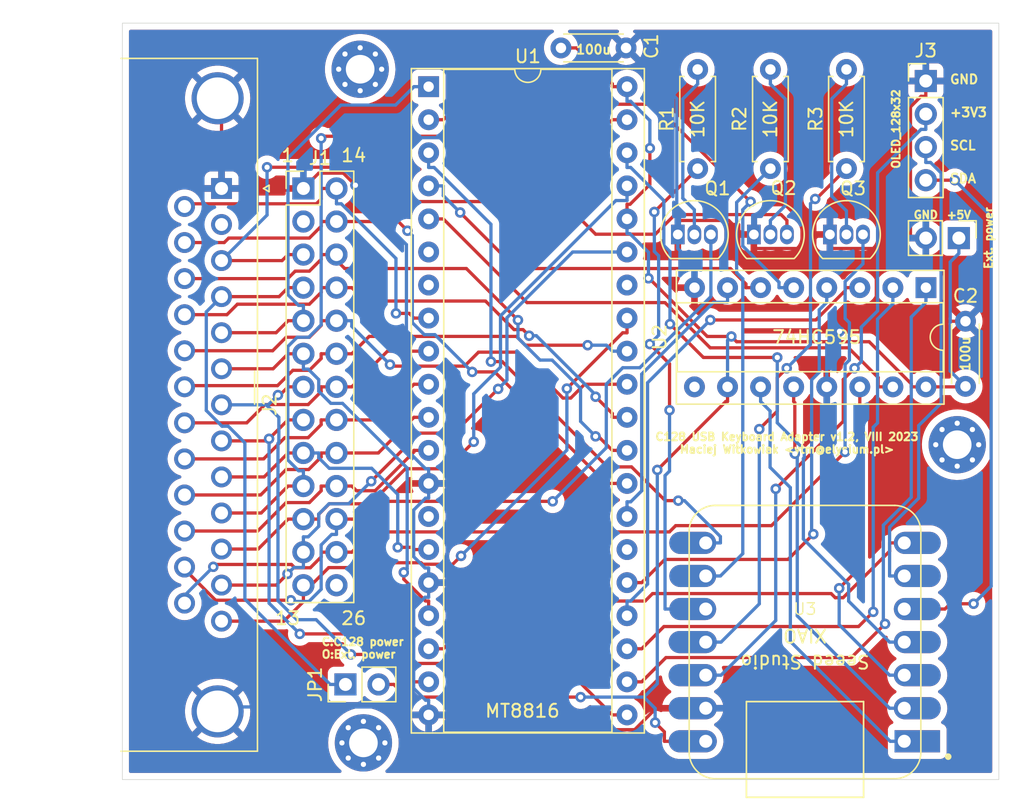
<source format=kicad_pcb>
(kicad_pcb (version 20211014) (generator pcbnew)
  (title_block (title "SEEEDUINO C128 Keyboard Adapter") (date "2022-05-26") (comment 1 "Maciej Witkowiak") (comment 2 "ytm@elysium.pl"))
  (layers (0 "F.Cu" signal) (31 "B.Cu" signal) (34 "B.Paste" user) (35 "F.Paste" user) (36 "B.SilkS" user "B.Silkscreen") (37 "F.SilkS" user "F.Silkscreen") (38 "B.Mask" user) (39 "F.Mask" user) (44 "Edge.Cuts" user))
  (net 0 "")
  (net 1 "GND")
  (net 3 "/~{RESTORE}")
  (net 4 "VCC")
  (net 5 "/PB3")
  (net 6 "/PB6")
  (net 7 "/PB5")
  (net 8 "/PB4")
  (net 9 "/PB7")
  (net 10 "/PB2")
  (net 11 "/PB1")
  (net 12 "/PB0")
  (net 13 "/PA0")
  (net 14 "/PA6")
  (net 15 "/PA5")
  (net 16 "/PA4")
  (net 17 "/PA3")
  (net 18 "/PA2")
  (net 19 "/PA1")
  (net 20 "/PA7")
  (net 21 "/K0")
  (net 22 "/K1")
  (net 23 "/K2")
  (net 24 "/40{slash}80")
  (net 25 "/CAPS")
  (net 27 "Net-(Q1-Pad2)")
  (net 28 "Net-(Q2-Pad2)")
  (net 29 "Net-(Q3-Pad2)")
  (net 30 "/CAPS_3V")
  (net 31 "/40{slash}80_3V")
  (net 32 "/~{RESTORE_3V}")
  (net 33 "Net-(U1-Pad2)")
  (net 34 "/RESET")
  (net 35 "Net-(U1-Pad4)")
  (net 36 "Net-(U1-Pad5)")
  (net 39 "Net-(J1-Pad4)")
  (net 41 "/STROBE")
  (net 42 "Net-(U1-Pad22)")
  (net 43 "Net-(U1-Pad23)")
  (net 44 "Net-(U1-Pad24)")
  (net 45 "Net-(U1-Pad25)")
  (net 47 "/UNUSED")
  (net 49 "/DATA")
  (net 51 "/SH_CP")
  (net 52 "/ST_CP")
  (net 53 "/DS")
  (net 54 "+3V3")
  (net 56 "/SCL")
  (net 57 "/SDA")
  (footprint "MountingHole:MountingHole_2.2mm_M2_Pad_Via" (layer "F.Cu") (at 158.115 93.345)
    (fp_text reference "REF3" hide)
    (fp_text value "MountingHole")
  )
  (footprint "Capacitor_THT:C_Disc_D4.3mm_W1.9mm_P5.00mm" (layer "F.Cu") (at 127.675 62.865)
    (fp_text reference "C1")
    (fp_text value "100u")
  )
  (footprint "Resistor_THT:R_Axial_DIN0207_L6.3mm_D2.5mm_P7.62mm_Horizontal" (layer "F.Cu") (at 138.176 72.136 90)
    (fp_text reference "R1")
    (fp_text value "10K")
  )
  (footprint "Package_DIP:DIP-16_W7.62mm_Socket" (layer "F.Cu") (at 155.712 81.28 -90)
    (fp_text reference "U2")
    (fp_text value "74HC595")
  )
  (footprint "Connector_PinHeader_2.54mm:PinHeader_1x04_P2.54mm_Vertical" (layer "F.Cu") (at 155.702 65.405)
    (fp_text reference "J3")
    (fp_text value "OLED_128x32")
  )
  (footprint "Connector_PinHeader_2.54mm:PinHeader_2x13_P2.54mm_Vertical" (layer "F.Cu") (at 107.89 73.66)
    (fp_text reference "J1")
    (fp_text value "KBD_FLAT26")
  )
  (footprint "Resistor_THT:R_Axial_DIN0207_L6.3mm_D2.5mm_P7.62mm_Horizontal" (layer "F.Cu") (at 149.606 72.136 90)
    (fp_text reference "R3")
    (fp_text value "10K")
  )
  (footprint "Package_DIP:DIP-40_W15.24mm_Socket" (layer "F.Cu") (at 117.51 65.84)
    (fp_text reference "U1")
    (fp_text value "MT8816")
  )
  (footprint "Capacitor_THT:C_Disc_D4.3mm_W1.9mm_P5.00mm" (layer "F.Cu") (at 158.75 88.86 90)
    (fp_text reference "C2")
    (fp_text value "100u")
  )
  (footprint "Package_TO_SOT_THT:TO-92_Inline" (layer "F.Cu") (at 148.336 77.195)
    (fp_text reference "Q3")
    (fp_text value "2N3904")
  )
  (footprint "Connector_Dsub:DSUB-25_Male_Horizontal_P2.77x2.84mm_EdgePinOffset4.94mm_Housed_MountingHolesOffset7.48mm" (layer "F.Cu") (at 101.6 73.66 -90)
    (fp_text reference "J2")
    (fp_text value "DB25_Male_MountingHoles")
  )
  (footprint "Connector_PinHeader_2.54mm:PinHeader_1x02_P2.54mm_Vertical" (layer "F.Cu") (at 111.12 111.76 90)
    (fp_text reference "JP1")
    (fp_text value "EXT_POWER_EN")
  )
  (footprint "Package_TO_SOT_THT:TO-92_Inline" (layer "F.Cu") (at 136.652 77.195)
    (fp_text reference "Q1")
    (fp_text value "2N3904")
  )
  (footprint "SEEDUINO XIAO:XIAO-Generic-Hybrid-14P-2.54-21X17.8MM" (layer "F.Cu") (at 146.4225 108.508 180)
    (fp_text reference "U3")
    (fp_text value "SeeeduinoXIAO" hide)
  )
  (footprint "MountingHole:MountingHole_2.2mm_M2_Pad_Via" (layer "F.Cu") (at 112.5 116.25)
    (fp_text reference "REF2" hide)
    (fp_text value "MountingHole" hide)
  )
  (footprint "Resistor_THT:R_Axial_DIN0207_L6.3mm_D2.5mm_P7.62mm_Horizontal" (layer "F.Cu") (at 143.764 72.136 90)
    (fp_text reference "R2")
    (fp_text value "10K")
  )
  (footprint "Package_TO_SOT_THT:TO-92_Inline" (layer "F.Cu") (at 142.494 77.195)
    (fp_text reference "Q2")
    (fp_text value "2N3904")
  )
  (footprint "MountingHole:MountingHole_2.2mm_M2_Pad_Via" (layer "F.Cu") (at 112.25 64.5)
    (fp_text reference "REF1" hide)
    (fp_text value "MountingHole")
  )
  (footprint "Connector_PinHeader_2.54mm:PinHeader_1x02_P2.54mm_Vertical" (layer "F.Cu") (at 158.242 77.47 -90)
    (fp_text reference "J4" hide)
    (fp_text value "EXT_POWER_5V")
  )
  (gr_rect (start 104.14 87.69) (end 104.14 90.23) (layer "F.SilkS") (width 0.12) (fill none))
  (gr_rect (start 161.31159 119.06831) (end 93.98 60.96) (layer "Edge.Cuts") (width 0.05) (fill none))
  (gr_text "Ext. power" (at 160.528 77.47 90) (layer "F.SilkS") (effects (font (size 0.6 0.6))))
  (gr_text "C128 USB Keyboard Adapter v1.2, VIII 2023\nMaciej Witkowiak <ytm@elysium.pl>" (at 145.034 93.218) (layer "F.SilkS") (effects (font (size 0.6 0.6))))
  (gr_text "GND" (at 155.702 75.692) (layer "F.SilkS") (effects (font (size 0.6 0.6))))
  (gr_text "SDA" (at 157.48 72.898) (layer "F.SilkS") (effects (font (size 0.7 0.7)) (justify left)))
  (gr_text "+3V3" (at 157.48 67.818) (layer "F.SilkS") (effects (font (size 0.7 0.7)) (justify left)))
  (gr_text "SCL" (at 157.48 70.358) (layer "F.SilkS") (effects (font (size 0.7 0.7)) (justify left)))
  (gr_text "13" (at 106.68 106.68) (layer "F.SilkS") (effects (font (size 1 1))))
  (gr_text "1" (at 106.68 71.12) (layer "F.SilkS") (effects (font (size 1 1))))
  (gr_text "14" (at 111.76 71.12) (layer "F.SilkS") (effects (font (size 1 1))))
  (gr_text "GND" (at 157.48 65.278) (layer "F.SilkS") (effects (font (size 0.7 0.7)) (justify left)))
  (gr_text "C:C128 power\nO:Ext. power" (at 109.22 108.966) (layer "F.SilkS") (effects (font (size 0.6 0.6)) (justify left)))
  (gr_text "+5V" (at 158.242 75.692) (layer "F.SilkS") (effects (font (size 0.6 0.6))))
  (gr_text "26" (at 111.76 106.68) (layer "F.SilkS") (effects (font (size 1 1))))
  (segment (start 148.1553 77.195) (end 147.9746 77.195) (width 0.25) (layer "F.Cu") (net 1))
  (segment (start 148.336 77.195) (end 148.1553 77.195) (width 0.25) (layer "F.Cu") (net 1))
  (segment (start 147.9101 77.195) (end 147.4841 77.195) (width 0.25) (layer "F.Cu") (net 1))
  (segment (start 101.6 73.66) (end 101.6 67.03) (width 0.25) (layer "F.Cu") (net 1))
  (segment (start 147.4841 77.195) (end 146.4072 78.2719) (width 0.25) (layer "F.Cu") (net 1))
  (segment (start 136.652 77.195) (end 136.652 76.1181) (width 0.25) (layer "F.Cu") (net 1))
  (segment (start 119.775 115.2381) (end 118.6369 114.1) (width 0.25) (layer "F.Cu") (net 1))
  (segment (start 142.494 77.195) (end 141.6421 77.195) (width 0.25) (layer "F.Cu") (net 1))
  (segment (start 148.336 77.195) (end 148.336 78.2719) (width 0.25) (layer "F.Cu") (net 1))
  (segment (start 151.902 83.86) (end 149.8519 83.86) (width 0.25) (layer "F.Cu") (net 1))
  (segment (start 151.902 78.2719) (end 153.7232 78.2719) (width 0.25) (layer "F.Cu") (net 1))
  (segment (start 111.8836 73.4115) (end 110.9538 72.4817) (width 0.25) (layer "F.Cu") (net 1))
  (segment (start 133.3367 115.2381) (end 119.775 115.2381) (width 0.25) (layer "F.Cu") (net 1))
  (segment (start 146.4072 78.2719) (end 142.494 78.2719) (width 0.25) (layer "F.Cu") (net 1))
  (segment (start 149.8519 83.86) (end 149.0742 84.6377) (width 0.25) (layer "F.Cu") (net 1))
  (segment (start 101.6 67.03) (end 101.3 66.73) (width 0.25) (layer "F.Cu") (net 1))
  (segment (start 151.902 83.86) (end 151.902 78.2719) (width 0.25) (layer "F.Cu") (net 1))
  (segment (start 154.5251 67.3909) (end 154.5251 77.47) (width 0.25) (layer "F.Cu") (net 1))
  (segment (start 134.9868 113.588) (end 133.3367 115.2381) (width 0.25) (layer "F.Cu") (net 1))
  (segment (start 155.3341 66.5819) (end 154.5251 67.3909) (width 0.25) (layer "F.Cu") (net 1))
  (segment (start 153.7232 78.2719) (end 154.5251 77.47) (width 0.25) (layer "F.Cu") (net 1))
  (segment (start 117.51 114.1) (end 118.6369 114.1) (width 0.25) (layer "F.Cu") (net 1))
  (segment (start 147.9101 77.195) (end 147.9746 77.195) (width 0.25) (layer "F.Cu") (net 1))
  (segment (start 101.6 73.66) (end 102.7269 73.66) (width 0.25) (layer "F.Cu") (net 1))
  (segment (start 142.494 77.195) (end 142.494 78.2719) (width 0.25) (layer "F.Cu") (net 1))
  (segment (start 109.0683 72.4817) (end 107.89 73.66) (width 0.25) (layer "F.Cu") (net 1))
  (segment (start 107.89 73.66) (end 102.7269 73.66) (width 0.25) (layer "F.Cu") (net 1))
  (segment (start 110.9538 72.4817) (end 109.0683 72.4817) (width 0.25) (layer "F.Cu") (net 1))
  (segment (start 148.336 78.2719) (end 151.902 78.2719) (width 0.25) (layer "F.Cu") (net 1))
  (segment (start 155.702 65.405) (end 155.702 66.5819) (width 0.25) (layer "F.Cu") (net 1))
  (segment (start 141.6421 77.195) (end 140.5652 76.1181) (width 0.25) (layer "F.Cu") (net 1))
  (segment (start 155.702 66.5819) (end 155.3341 66.5819) (width 0.25) (layer "F.Cu") (net 1))
  (segment (start 140.5652 76.1181) (end 136.652 76.1181) (width 0.25) (layer "F.Cu") (net 1))
  (segment (start 135.6206 113.588) (end 134.9868 113.588) (width 0.25) (layer "F.Cu") (net 1))
  (segment (start 158.75 83.86) (end 151.902 83.86) (width 0.25) (layer "F.Cu") (net 1))
  (segment (start 155.702 77.47) (end 154.5251 77.47) (width 0.25) (layer "F.Cu") (net 1))
  (segment (start 138.7975 113.588) (end 135.6206 113.588) (width 0.25) (layer "F.Cu") (net 1))
  (via (at 111.8836 73.4115) (size 0.8) (drill 0.4) (layers "F.Cu" "B.Cu") (net 1))
  (via (at 149.0742 84.6377) (size 0.8) (drill 0.4) (layers "F.Cu" "B.Cu") (net 1))
  (segment (start 136.5701 66.7601) (end 136.5701 76.0362) (width 0.25) (layer "B.Cu") (net 1))
  (segment (start 137.932 79.5519) (end 136.652 78.2719) (width 0.25) (layer "B.Cu") (net 1))
  (segment (start 112.6015 74.1294) (end 112.6015 74.7685) (width 0.25) (layer "B.Cu") (net 1))
  (segment (start 137.932 80.1531) (end 137.932 79.5519) (width 0.25) (layer "B.Cu") (net 1))
  (segment (start 117.2283 105.0669) (end 116.3606 105.9346) (width 0.25) (layer "B.Cu") (net 1))
  (segment (start 117.51 105.0669) (end 117.2283 105.0669) (width 0.25) (layer "B.Cu") (net 1))
  (segment (start 117.51 114.1) (end 117.51 112.9731) (width 0.25) (layer "B.Cu") (net 1))
  (segment (start 114.9285 113.4893) (end 116.3606 112.0572) (width 0.25) (layer "B.Cu") (net 1))
  (segment (start 136.5701 76.0362) (end 136.652 76.1181) (width 0.25) (layer "B.Cu") (net 1))
  (segment (start 116.3606 101.9454) (end 116.3606 98.3628) (width 0.25) (layer "B.Cu") (net 1))
  (segment (start 116.3606 105.9346) (end 116.3606 112.0572) (width 0.25) (layer "B.Cu") (net 1))
  (segment (start 112.6015 74.1294) (end 116.9723 69.7586) (width 0.25) (layer "B.Cu") (net 1))
  (segment (start 136.652 77.195) (end 136.652 78.2719) (width 0.25) (layer "B.Cu") (net 1))
  (segment (start 117.2765 97.4469) (end 117.51 97.4469) (width 0.25) (layer "B.Cu") (net 1))
  (segment (start 117.51 103.6266) (end 117.51 102.8131) (width 0.25) (layer "B.Cu") (net 1))
  (segment (start 149.0742 84.6377) (end 148.092 85.6199) (width 0.25) (layer "B.Cu") (net 1))
  (segment (start 116.3606 112.0572) (end 117.2765 112.9731) (width 0.25) (layer "B.Cu") (net 1))
  (segment (start 137.932 81.28) (end 137.932 80.1531) (width 0.25) (layer "B.Cu") (net 1))
  (segment (start 117.2283 102.8131) (end 116.3606 101.9454) (width 0.25) (layer "B.Cu") (net 1))
  (segment (start 117.2765 112.9731) (end 117.51 112.9731) (width 0.25) (layer "B.Cu") (net 1))
  (segment (start 117.51 103.94) (end 117.51 105.0669) (width 0.25) (layer "B.Cu") (net 1))
  (segment (start 117.51 102.8131) (end 117.2283 102.8131) (width 0.25) (layer "B.Cu") (net 1))
  (segment (start 117.51 96.32) (end 117.51 97.4469) (width 0.25) (layer "B.Cu") (net 1))
  (segment (start 101.6407 113.4893) (end 114.9285 113.4893) (width 0.25) (layer "B.Cu") (net 1))
  (segment (start 125.7814 69.7586) (end 132.675 62.865) (width 0.25) (layer "B.Cu") (net 1))
  (segment (start 115.8038 77.9708) (end 115.8038 93.7204) (width 0.25) (layer "B.Cu") (net 1))
  (segment (start 136.652 77.195) (end 136.652 76.1181) (width 0.25) (layer "B.Cu") (net 1))
  (segment (start 132.675 62.865) (end 136.5701 66.7601) (width 0.25) (layer "B.Cu") (net 1))
  (segment (start 117.51 96.32) (end 117.51 95.1931) (width 0.25) (layer "B.Cu") (net 1))
  (segment (start 148.092 85.6199) (end 148.092 88.9) (width 0.25) (layer "B.Cu") (net 1))
  (segment (start 111.8836 73.4115) (end 112.6015 74.1294) (width 0.25) (layer "B.Cu") (net 1))
  (segment (start 117.51 103.6266) (end 117.51 103.94) (width 0.25) (layer "B.Cu") (net 1))
  (segment (start 115.8038 93.7204) (end 117.2765 95.1931) (width 0.25) (layer "B.Cu") (net 1))
  (segment (start 116.9723 69.7586) (end 125.7814 69.7586) (width 0.25) (layer "B.Cu") (net 1))
  (segment (start 117.2765 95.1931) (end 117.51 95.1931) (width 0.25) (layer "B.Cu") (net 1))
  (segment (start 116.3606 98.3628) (end 117.2765 97.4469) (width 0.25) (layer "B.Cu") (net 1))
  (segment (start 101.3 113.83) (end 101.6407 113.4893) (width 0.25) (layer "B.Cu") (net 1))
  (segment (start 112.6015 74.7685) (end 115.8038 77.9708) (width 0.25) (layer "B.Cu") (net 1))
  (segment (start 111.989 72.0298) (end 114.6261 74.6669) (width 0.25) (layer "F.Cu") (net 3))
  (segment (start 105.0973 72.0298) (end 111.989 72.0298) (width 0.25) (layer "F.Cu") (net 3))
  (segment (start 127.8302 74.6669) (end 130.3368 77.1735) (width 0.25) (layer "F.Cu") (net 3))
  (segment (start 134.9276 77.1735) (end 136.4349 75.6662) (width 0.25) (layer "F.Cu") (net 3))
  (segment (start 114.6261 74.6669) (end 127.8302 74.6669) (width 0.25) (layer "F.Cu") (net 3))
  (segment (start 145.034 77.195) (end 145.034 76.1181) (width 0.25) (layer "F.Cu") (net 3))
  (segment (start 101.6 79.2) (end 106.2531 79.2) (width 0.25) (layer "F.Cu") (net 3))
  (segment (start 107.89 78.74) (end 106.7131 78.74) (width 0.25) (layer "F.Cu") (net 3))
  (segment (start 130.3368 77.1735) (end 134.9276 77.1735) (width 0.25) (layer "F.Cu") (net 3))
  (segment (start 144.5821 75.6662) (end 145.034 76.1181) (width 0.25) (layer "F.Cu") (net 3))
  (segment (start 136.4349 75.6662) (end 144.5821 75.6662) (width 0.25) (layer "F.Cu") (net 3))
  (segment (start 106.2531 79.2) (end 106.7131 78.74) (width 0.25) (layer "F.Cu") (net 3))
  (via (at 105.0973 72.0298) (size 0.8) (drill 0.4) (layers "F.Cu" "B.Cu") (net 3))
  (segment (start 101.6 79.2) (end 105.0973 75.7027) (width 0.25) (layer "B.Cu") (net 3))
  (segment (start 105.0973 75.7027) (end 105.0973 72.0298) (width 0.25) (layer "B.Cu") (net 3))
  (segment (start 131.6231 65.6233) (end 128.8648 62.865) (width 0.25) (layer "F.Cu") (net 4))
  (segment (start 135.6206 115.4037) (end 135.6206 116.128) (width 0.25) (layer "F.Cu") (net 4))
  (segment (start 138.9145 85.0294) (end 134.4471 80.562) (width 0.25) (layer "F.Cu") (net 4))
  (segment (start 131.6231 65.84) (end 131.6231 65.6233) (width 0.25) (layer "F.Cu") (net 4))
  (segment (start 113.66 111.76) (end 114.8369 111.76) (width 0.25) (layer "F.Cu") (net 4))
  (segment (start 132.75 76) (end 132.75 74.8731) (width 0.25) (layer "F.Cu") (net 4))
  (segment (start 140.332 90.0269) (end 135.0765 95.2824) (width 0.25) (layer "F.Cu") (net 4))
  (segment (start 134.5052 70.5682) (end 134.5052 73.3514) (width 0.25) (layer "F.Cu") (net 4))
  (segment (start 155.712 88.9) (end 154.5851 88.9) (width 0.25) (layer "F.Cu") (net 4))
  (segment (start 132.9835 74.8731) (end 132.75 74.8731) (width 0.25) (layer "F.Cu") (net 4))
  (segment (start 154.5851 88.9) (end 154.5851 88.6665) (width 0.25) (layer "F.Cu") (net 4))
  (segment (start 140.7658 85.0294) (end 138.9145 85.0294) (width 0.25) (layer "F.Cu") (net 4))
  (segment (start 158.71 88.9) (end 158.75 88.86) (width 0.25) (layer "F.Cu") (net 4))
  (segment (start 140.472 88.9) (end 140.472 90.0269) (width 0.25) (layer "F.Cu") (net 4))
  (segment (start 114.8369 111.76) (end 115.8108 112.7339) (width 0.25) (layer "F.Cu") (net 4))
  (segment (start 115.8108 112.7339) (end 129.1854 112.7339) (width 0.25) (layer "F.Cu") (net 4))
  (segment (start 132.75 65.84) (end 131.6231 65.84) (width 0.25) (layer "F.Cu") (net 4))
  (segment (start 128.8648 62.865) (end 127.675 62.865) (width 0.25) (layer "F.Cu") (net 4))
  (segment (start 134.9098 114.6929) (end 135.6206 115.4037) (width 0.25) (layer "F.Cu") (net 4))
  (segment (start 151.3523 85.4337) (end 141.1701 85.4337) (width 0.25) (layer "F.Cu") (net 4))
  (segment (start 134.4471 80.562) (end 134.3969 80.562) (width 0.25) (layer "F.Cu") (net 4))
  (segment (start 134.5052 73.3514) (end 132.9835 74.8731) (width 0.25) (layer "F.Cu") (net 4))
  (segment (start 155.712 88.9) (end 158.71 88.9) (width 0.25) (layer "F.Cu") (net 4))
  (segment (start 140.472 90.0269) (end 140.332 90.0269) (width 0.25) (layer "F.Cu") (net 4))
  (segment (start 138.7975 116.128) (end 135.6206 116.128) (width 0.25) (layer "F.Cu") (net 4))
  (segment (start 154.5851 88.6665) (end 151.3523 85.4337) (width 0.25) (layer "F.Cu") (net 4))
  (segment (start 141.1701 85.4337) (end 140.7658 85.0294) (width 0.25) (layer "F.Cu") (net 4))
  (via (at 140.7658 85.0294) (size 0.8) (drill 0.4) (layers "F.Cu" "B.Cu") (net 4))
  (via (at 129.1854 112.7339) (size 0.8) (drill 0.4) (layers "F.Cu" "B.Cu") (net 4))
  (via (at 134.3969 80.562) (size 0.8) (drill 0.4) (layers "F.Cu" "B.Cu") (net 4))
  (via (at 134.9098 114.6929) (size 0.8) (drill 0.4) (layers "F.Cu" "B.Cu") (net 4))
  (via (at 134.5052 70.5682) (size 0.8) (drill 0.4) (layers "F.Cu" "B.Cu") (net 4))
  (via (at 135.0765 95.2824) (size 0.8) (drill 0.4) (layers "F.Cu" "B.Cu") (net 4))
  (segment (start 158.242 77.47) (end 158.242 78.6469) (width 0.25) (layer "B.Cu") (net 4))
  (segment (start 135.0765 111.7012) (end 134.0438 112.7339) (width 0.25) (layer "B.Cu") (net 4))
  (segment (start 158.75 88.86) (end 157.5778 87.6878) (width 0.25) (layer "B.Cu") (net 4))
  (segment (start 134.9098 113.5999) (end 134.0438 112.7339) (width 0.25) (layer "B.Cu") (net 4))
  (segment (start 134.5051 70.5682) (end 134.5052 70.5682) (width 0.25) (layer "B.Cu") (net 4))
  (segment (start 132.9585 77.1269) (end 134.3969 78.5653) (width 0.25) (layer "B.Cu") (net 4))
  (segment (start 157.5778 87.6878) (end 157.5778 79.3111) (width 0.25) (layer "B.Cu") (net 4))
  (segment (start 135.0765 95.2824) (end 135.0765 111.7012) (width 0.25) (layer "B.Cu") (net 4))
  (segment (start 134.5051 68.4403) (end 134.5051 70.5682) (width 0.25) (layer "B.Cu") (net 4))
  (segment (start 134.3969 78.5653) (end 134.3969 80.562) (width 0.25) (layer "B.Cu") (net 4))
  (segment (start 134.9098 114.6929) (end 134.9098 113.5999) (width 0.25) (layer "B.Cu") (net 4))
  (segment (start 157.5778 79.3111) (end 158.242 78.6469) (width 0.25) (layer "B.Cu") (net 4))
  (segment (start 140.472 85.3232) (end 140.7658 85.0294) (width 0.25) (layer "B.Cu") (net 4))
  (segment (start 132.75 77.1269) (end 132.9585 77.1269) (width 0.25) (layer "B.Cu") (net 4))
  (segment (start 140.472 88.9) (end 140.472 85.3232) (width 0.25) (layer "B.Cu") (net 4))
  (segment (start 134.0438 112.7339) (end 129.1854 112.7339) (width 0.25) (layer "B.Cu") (net 4))
  (segment (start 132.75 76) (end 132.75 77.1269) (width 0.25) (layer "B.Cu") (net 4))
  (segment (start 132.75 66.9669) (end 133.0317 66.9669) (width 0.25) (layer "B.Cu") (net 4))
  (segment (start 133.0317 66.9669) (end 134.5051 68.4403) (width 0.25) (layer "B.Cu") (net 4))
  (segment (start 132.75 65.84) (end 132.75 66.9669) (width 0.25) (layer "B.Cu") (net 4))
  (segment (start 101.6 84.74) (end 105.7931 84.74) (width 0.25) (layer "F.Cu") (net 5))
  (segment (start 107.89 83.82) (end 106.7131 83.82) (width 0.25) (layer "F.Cu") (net 5))
  (segment (start 105.7931 84.74) (end 106.7131 83.82) (width 0.25) (layer "F.Cu") (net 5))
  (segment (start 107.89 83.82) (end 107.89 82.6431) (width 0.25) (layer "B.Cu") (net 5))
  (segment (start 106.7036 71.3215) (end 110.7705 67.2546) (width 0.25) (layer "B.Cu") (net 5))
  (segment (start 114.9685 67.2546) (end 116.3831 65.84) (width 0.25) (layer "B.Cu") (net 5))
  (segment (start 106.7036 81.8245) (end 106.7036 71.3215) (width 0.25) (layer "B.Cu") (net 5))
  (segment (start 110.7705 67.2546) (end 114.9685 67.2546) (width 0.25) (layer "B.Cu") (net 5))
  (segment (start 117.51 65.84) (end 116.3831 65.84) (width 0.25) (layer "B.Cu") (net 5))
  (segment (start 107.89 82.6431) (end 107.5222 82.6431) (width 0.25) (layer "B.Cu") (net 5))
  (segment (start 107.5222 82.6431) (end 106.7036 81.8245) (width 0.25) (layer "B.Cu") (net 5))
  (segment (start 105.5631 87.51) (end 106.7131 86.36) (width 0.25) (layer "F.Cu") (net 6))
  (segment (start 101.6 87.51) (end 105.5631 87.51) (width 0.25) (layer "F.Cu") (net 6))
  (segment (start 115.6032 103.1495) (end 115.6032 103.6798) (width 0.25) (layer "F.Cu") (net 6))
  (segment (start 115.6032 103.6798) (end 117.2765 105.3531) (width 0.25) (layer "F.Cu") (net 6))
  (segment (start 117.51 106.48) (end 117.51 105.3531) (width 0.25) (layer "F.Cu") (net 6))
  (segment (start 107.89 86.36) (end 106.7131 86.36) (width 0.25) (layer "F.Cu") (net 6))
  (segment (start 117.2765 105.3531) (end 117.51 105.3531) (width 0.25) (layer "F.Cu") (net 6))
  (via (at 115.6032 103.1495) (size 0.8) (drill 0.4) (layers "F.Cu" "B.Cu") (net 6))
  (segment (start 110.8967 90.17) (end 109.9991 90.17) (width 0.25) (layer "B.Cu") (net 6))
  (segment (start 108.2579 87.5369) (end 107.89 87.5369) (width 0.25) (layer "B.Cu") (net 6))
  (segment (start 107.89 86.36) (end 107.89 87.5369) (width 0.25) (layer "B.Cu") (net 6))
  (segment (start 109.0669 88.3459) (end 108.2579 87.5369) (width 0.25) (layer "B.Cu") (net 6))
  (segment (start 109.0669 89.2378) (end 109.0669 88.3459) (width 0.25) (layer "B.Cu") (net 6))
  (segment (start 115.8618 102.8909) (end 115.8618 95.1351) (width 0.25) (layer "B.Cu") (net 6))
  (segment (start 115.6032 103.1495) (end 115.8618 102.8909) (width 0.25) (layer "B.Cu") (net 6))
  (segment (start 115.8618 95.1351) (end 110.8967 90.17) (width 0.25) (layer "B.Cu") (net 6))
  (segment (start 109.9991 90.17) (end 109.0669 89.2378) (width 0.25) (layer "B.Cu") (net 6))
  (segment (start 111.539 109.4563) (end 114.2794 109.4563) (width 0.25) (layer "F.Cu") (net 7))
  (segment (start 117.51 111.56) (end 116.3831 111.56) (width 0.25) (layer "F.Cu") (net 7))
  (segment (start 106.0806 89.5325) (end 106.7131 88.9) (width 0.25) (layer "F.Cu") (net 7))
  (segment (start 114.2794 109.4563) (end 116.3831 111.56) (width 0.25) (layer "F.Cu") (net 7))
  (segment (start 105.9339 89.5325) (end 106.0806 89.5325) (width 0.25) (layer "F.Cu") (net 7))
  (segment (start 107.89 88.9) (end 106.7131 88.9) (width 0.25) (layer "F.Cu") (net 7))
  (via (at 111.539 109.4563) (size 0.8) (drill 0.4) (layers "F.Cu" "B.Cu") (net 7))
  (via (at 105.9339 89.5325) (size 0.8) (drill 0.4) (layers "F.Cu" "B.Cu") (net 7))
  (segment (start 105.9358 93.2385) (end 105.9358 105.3324) (width 0.25) (layer "B.Cu") (net 7))
  (segment (start 105.0397 90.28) (end 105.1131 90.3533) (width 0.25) (layer "B.Cu") (net 7))
  (segment (start 106.0038 91.2441) (end 106.0038 93.1705) (width 0.25) (layer "B.Cu") (net 7))
  (segment (start 105.1131 90.3533) (end 106.0038 91.2441) (width 0.25) (layer "B.Cu") (net 7))
  (segment (start 105.1131 90.3533) (end 105.9339 89.5325) (width 0.25) (layer "B.Cu") (net 7))
  (segment (start 106.0038 93.1705) (end 105.9358 93.2385) (width 0.25) (layer "B.Cu") (net 7))
  (segment (start 108.8696 106.7869) (end 111.539 109.4563) (width 0.25) (layer "B.Cu") (net 7))
  (segment (start 101.6 90.28) (end 105.0397 90.28) (width 0.25) (layer "B.Cu") (net 7))
  (segment (start 105.9358 105.3324) (end 107.3903 106.7869) (width 0.25) (layer "B.Cu") (net 7))
  (segment (start 107.3903 106.7869) (end 108.8696 106.7869) (width 0.25) (layer "B.Cu") (net 7))
  (segment (start 113.6727 107.8777) (end 107.6126 107.8777) (width 0.25) (layer "F.Cu") (net 8))
  (segment (start 127.6708 110.1477) (end 115.9427 110.1477) (width 0.25) (layer "F.Cu") (net 8))
  (segment (start 101.6 93.05) (end 105.0923 93.05) (width 0.25) (layer "F.Cu") (net 8))
  (segment (start 107.89 91.44) (end 106.7131 91.44) (width 0.25) (layer "F.Cu") (net 8))
  (segment (start 106.7023 91.44) (end 105.2524 92.8899) (width 0.25) (layer "F.Cu") (net 8))
  (segment (start 132.75 114.1) (end 131.6231 114.1) (width 0.25) (layer "F.Cu") (net 8))
  (segment (start 106.7131 91.44) (end 106.7023 91.44) (width 0.25) (layer "F.Cu") (net 8))
  (segment (start 115.9427 110.1477) (end 113.6727 107.8777) (width 0.25) (layer "F.Cu") (net 8))
  (segment (start 131.6231 114.1) (end 127.6708 110.1477) (width 0.25) (layer "F.Cu") (net 8))
  (segment (start 105.0923 93.05) (end 105.2524 92.8899) (width 0.25) (layer "F.Cu") (net 8))
  (via (at 107.6126 107.8777) (size 0.8) (drill 0.4) (layers "F.Cu" "B.Cu") (net 8))
  (via (at 105.2524 92.8899) (size 0.8) (drill 0.4) (layers "F.Cu" "B.Cu") (net 8))
  (segment (start 105.2524 105.5175) (end 105.2524 92.8899) (width 0.25) (layer "B.Cu") (net 8))
  (segment (start 107.6126 107.8777) (end 105.2524 105.5175) (width 0.25) (layer "B.Cu") (net 8))
  (segment (start 116.2116 101.2285) (end 116.3831 101.4) (width 0.25) (layer "F.Cu") (net 9))
  (segment (start 101.6 95.82) (end 104.8731 95.82) (width 0.25) (layer "F.Cu") (net 9))
  (segment (start 115.1349 101.2285) (end 116.2116 101.2285) (width 0.25) (layer "F.Cu") (net 9))
  (segment (start 117.51 101.4) (end 116.3831 101.4) (width 0.25) (layer "F.Cu") (net 9))
  (segment (start 104.8731 95.82) (end 106.7131 93.98) (width 0.25) (layer "F.Cu") (net 9))
  (segment (start 107.89 93.98) (end 106.7131 93.98) (width 0.25) (layer "F.Cu") (net 9))
  (via (at 115.1349 101.2285) (size 0.8) (drill 0.4) (layers "F.Cu" "B.Cu") (net 9))
  (segment (start 109.8759 95.1569) (end 113.133 95.1569) (width 0.25) (layer "B.Cu") (net 9))
  (segment (start 109.0669 94.3479) (end 109.8759 95.1569) (width 0.25) (layer "B.Cu") (net 9))
  (segment (start 115.1349 97.1588) (end 115.1349 101.2285) (width 0.25) (layer "B.Cu") (net 9))
  (segment (start 107.89 93.98) (end 109.0669 93.98) (width 0.25) (layer "B.Cu") (net 9))
  (segment (start 113.133 95.1569) (end 115.1349 97.1588) (width 0.25) (layer "B.Cu") (net 9))
  (segment (start 109.0669 93.98) (end 109.0669 94.3479) (width 0.25) (layer "B.Cu") (net 9))
  (segment (start 131.6231 68.38) (end 130.3531 69.65) (width 0.25) (layer "F.Cu") (net 10))
  (segment (start 104.6431 98.59) (end 101.6 98.59) (width 0.25) (layer "F.Cu") (net 10))
  (segment (start 106.7131 96.52) (end 104.6431 98.59) (width 0.25) (layer "F.Cu") (net 10))
  (segment (start 107.89 96.52) (end 106.7131 96.52) (width 0.25) (layer "F.Cu") (net 10))
  (segment (start 130.3531 69.65) (end 109.4113 69.65) (width 0.25) (layer "F.Cu") (net 10))
  (segment (start 109.4113 69.65) (end 109.2531 69.8082) (width 0.25) (layer "F.Cu") (net 10))
  (segment (start 132.75 68.38) (end 131.6231 68.38) (width 0.25) (layer "F.Cu") (net 10))
  (via (at 109.2531 69.8082) (size 0.8) (drill 0.4) (layers "F.Cu" "B.Cu") (net 10))
  (segment (start 106.6908 85.807) (end 107.4078 85.09) (width 0.25) (layer "B.Cu") (net 10))
  (segment (start 107.89 95.3431) (end 107.5222 95.3431) (width 0.25) (layer "B.Cu") (net 10))
  (segment (start 108.299 85.09) (end 109.2531 84.1359) (width 0.25) (layer "B.Cu") (net 10))
  (segment (start 109.2531 84.1359) (end 109.2531 69.8082) (width 0.25) (layer "B.Cu") (net 10))
  (segment (start 107.4078 85.09) (end 108.299 85.09) (width 0.25) (layer "B.Cu") (net 10))
  (segment (start 107.5222 95.3431) (end 106.6908 94.5117) (width 0.25) (layer "B.Cu") (net 10))
  (segment (start 106.6908 94.5117) (end 106.6908 85.807) (width 0.25) (layer "B.Cu") (net 10))
  (segment (start 107.89 96.52) (end 107.89 95.3431) (width 0.25) (layer "B.Cu") (net 10))
  (segment (start 109.0669 98.6921) (end 109.8759 97.8831) (width 0.25) (layer "F.Cu") (net 11))
  (segment (start 107.89 99.06) (end 106.7131 99.06) (width 0.25) (layer "F.Cu") (net 11))
  (segment (start 104.4131 101.36) (end 106.7131 99.06) (width 0.25) (layer "F.Cu") (net 11))
  (segment (start 118.9 95.1931) (end 120.9739 93.1192) (width 0.25) (layer "F.Cu") (net 11))
  (segment (start 115.727 95.1931) (end 118.9 95.1931) (width 0.25) (layer "F.Cu") (net 11))
  (segment (start 113.037 97.8831) (end 115.727 95.1931) (width 0.25) (layer "F.Cu") (net 11))
  (segment (start 101.6 101.36) (end 104.4131 101.36) (width 0.25) (layer "F.Cu") (net 11))
  (segment (start 109.8759 97.8831) (end 113.037 97.8831) (width 0.25) (layer "F.Cu") (net 11))
  (segment (start 109.0669 99.06) (end 109.0669 98.6921) (width 0.25) (layer "F.Cu") (net 11))
  (segment (start 107.89 99.06) (end 109.0669 99.06) (width 0.25) (layer "F.Cu") (net 11))
  (via (at 120.9739 93.1192) (size 0.8) (drill 0.4) (layers "F.Cu" "B.Cu") (net 11))
  (segment (start 120.974 89.4388) (end 120.974 93.1192) (width 0.25) (layer "B.Cu") (net 11))
  (segment (start 123.0315 87.3813) (end 120.974 89.4388) (width 0.25) (layer "B.Cu") (net 11))
  (segment (start 123.0315 83.4472) (end 123.0315 87.3813) (width 0.25) (layer "B.Cu") (net 11))
  (segment (start 132.75 74.5869) (end 131.8918 74.5869) (width 0.25) (layer "B.Cu") (net 11))
  (segment (start 120.974 93.1192) (end 120.9739 93.1192) (width 0.25) (layer "B.Cu") (net 11))
  (segment (start 131.8918 74.5869) (end 123.0315 83.4472) (width 0.25) (layer "B.Cu") (net 11))
  (segment (start 132.75 73.46) (end 132.75 74.5869) (width 0.25) (layer "B.Cu") (net 11))
  (segment (start 116.7988 92.4542) (end 113.0996 96.1534) (width 0.25) (layer "F.Cu") (net 12))
  (segment (start 105.8083 104.13) (end 106.6673 103.271) (width 0.25) (layer "F.Cu") (net 12))
  (segment (start 119.4516 92.4542) (end 116.7988 92.4542) (width 0.25) (layer "F.Cu") (net 12))
  (segment (start 101.6 104.13) (end 105.8083 104.13) (width 0.25) (layer "F.Cu") (net 12))
  (segment (start 122.8485 89.0573) (end 119.4516 92.4542) (width 0.25) (layer "F.Cu") (net 12))
  (via (at 106.6673 103.271) (size 0.8) (drill 0.4) (layers "F.Cu" "B.Cu") (net 12))
  (via (at 122.8485 89.0573) (size 0.8) (drill 0.4) (layers "F.Cu" "B.Cu") (net 12))
  (via (at 113.0996 96.1534) (size 0.8) (drill 0.4) (layers "F.Cu" "B.Cu") (net 12))
  (segment (start 108.2579 100.4231) (end 109.0669 99.6141) (width 0.25) (layer "B.Cu") (net 12))
  (segment (start 107.89 101.6) (end 107.89 100.4231) (width 0.25) (layer "B.Cu") (net 12))
  (segment (start 107.89 101.8453) (end 107.89 101.6) (width 0.25) (layer "B.Cu") (net 12))
  (segment (start 132.75 78.54) (end 128.5778 78.54) (width 0.25) (layer "B.Cu") (net 12))
  (segment (start 123.5252 88.3806) (end 122.8485 89.0573) (width 0.25) (layer "B.Cu") (net 12))
  (segment (start 109.8543 97.8831) (end 111.3699 97.8831) (width 0.25) (layer "B.Cu") (net 12))
  (segment (start 109.0669 99.6141) (end 109.0669 98.6705) (width 0.25) (layer "B.Cu") (net 12))
  (segment (start 123.5252 83.5926) (end 123.5252 88.3806) (width 0.25) (layer "B.Cu") (net 12))
  (segment (start 128.5778 78.54) (end 123.5252 83.5926) (width 0.25) (layer "B.Cu") (net 12))
  (segment (start 107.89 102.7769) (end 107.1614 102.7769) (width 0.25) (layer "B.Cu") (net 12))
  (segment (start 109.0669 98.6705) (end 109.8543 97.8831) (width 0.25) (layer "B.Cu") (net 12))
  (segment (start 107.89 100.4231) (end 108.2579 100.4231) (width 0.25) (layer "B.Cu") (net 12))
  (segment (start 107.1614 102.7769) (end 106.6673 103.271) (width 0.25) (layer "B.Cu") (net 12))
  (segment (start 111.3699 97.8831) (end 113.0996 96.1534) (width 0.25) (layer "B.Cu") (net 12))
  (segment (start 107.89 101.8453) (end 107.89 102.7769) (width 0.25) (layer "B.Cu") (net 12))
  (segment (start 132.75 83.62) (end 132.75 84.7469) (width 0.25) (layer "F.Cu") (net 13))
  (segment (start 106.3898 106.9) (end 101.6 106.9) (width 0.25) (layer "F.Cu") (net 13))
  (segment (start 109.8326 102.7858) (end 114.4984 102.7858) (width 0.25) (layer "F.Cu") (net 13))
  (segment (start 132.75 84.7469) (end 132.4157 84.7469) (width 0.25) (layer "F.Cu") (net 13))
  (segment (start 117.0432 102.5269) (end 119.3608 102.5269) (width 0.25) (layer "F.Cu") (net 13))
  (segment (start 107.89 104.7284) (end 109.8326 102.7858) (width 0.25) (layer "F.Cu") (net 13))
  (segment (start 107.89 104.14) (end 107.89 104.7284) (width 0.25) (layer "F.Cu") (net 13))
  (segment (start 132.4157 84.7469) (end 128.1302 89.0324) (width 0.25) (layer "F.Cu") (net 13))
  (segment (start 116.929 102.4127) (end 117.0432 102.5269) (width 0.25) (layer "F.Cu") (net 13))
  (segment (start 107.89 104.7284) (end 107.89 105.3169) (width 0.25) (layer "F.Cu") (net 13))
  (segment (start 114.8715 102.4127) (end 116.929 102.4127) (width 0.25) (layer "F.Cu") (net 13))
  (segment (start 107.89 105.3169) (end 107.89 105.3998) (width 0.25) (layer "F.Cu") (net 13))
  (segment (start 114.4984 102.7858) (end 114.8715 102.4127) (width 0.25) (layer "F.Cu") (net 13))
  (segment (start 107.89 105.3998) (end 106.3898 106.9) (width 0.25) (layer "F.Cu") (net 13))
  (segment (start 119.3608 102.5269) (end 119.9988 101.8889) (width 0.25) (layer "F.Cu") (net 13))
  (via (at 119.9988 101.8889) (size 0.8) (drill 0.4) (layers "F.Cu" "B.Cu") (net 13))
  (via (at 128.1302 89.0324) (size 0.8) (drill 0.4) (layers "F.Cu" "B.Cu") (net 13))
  (segment (start 119.9988 101.8889) (end 128.1302 93.7575) (width 0.25) (layer "B.Cu") (net 13))
  (segment (start 128.1302 93.7575) (end 128.1302 89.0324) (width 0.25) (layer "B.Cu") (net 13))
  (segment (start 110.43 73.66) (end 109.2531 73.66) (width 0.25) (layer "F.Cu") (net 14))
  (segment (start 108.8854 74.8369) (end 98.9681 74.8369) (width 0.25) (layer "F.Cu") (net 14))
  (segment (start 115.0003 83.2575) (end 116.0206 83.2575) (width 0.25) (layer "F.Cu") (net 14))
  (segment (start 109.2531 74.4692) (end 108.8854 74.8369) (width 0.25) (layer "F.Cu") (net 14))
  (segment (start 109.2531 73.66) (end 109.2531 74.4692) (width 0.25) (layer "F.Cu") (net 14))
  (segment (start 116.0206 83.2575) (end 116.3831 83.62) (width 0.25) (layer "F.Cu") (net 14))
  (segment (start 117.51 83.62) (end 116.3831 83.62) (width 0.25) (layer "F.Cu") (net 14))
  (segment (start 98.9681 74.8369) (end 98.76 75.045) (width 0.25) (layer "F.Cu") (net 14))
  (via (at 115.0003 83.2575) (size 0.8) (drill 0.4) (layers "F.Cu" "B.Cu") (net 14))
  (segment (start 110.43 73.66) (end 110.43 74.8369) (width 0.25) (layer "B.Cu") (net 14))
  (segment (start 110.43 74.8369) (end 110.7978 74.8369) (width 0.25) (layer "B.Cu") (net 14))
  (segment (start 110.7978 74.8369) (end 115.0003 79.0394) (width 0.25) (layer "B.Cu") (net 14))
  (segment (start 115.0003 79.0394) (end 115.0003 83.2575) (width 0.25) (layer "B.Cu") (net 14))
  (segment (start 102.1537 77.47) (end 108.3489 77.47) (width 0.25) (layer "F.Cu") (net 15))
  (segment (start 101.8087 77.815) (end 102.1537 77.47) (width 0.25) (layer "F.Cu") (net 15))
  (segment (start 109.2531 76.5658) (end 109.2531 76.2) (width 0.25) (layer "F.Cu") (net 15))
  (segment (start 120.8541 87.7521) (end 122.5885 87.7521) (width 0.25) (layer "F.Cu") (net 15))
  (segment (start 109.8416 76.2) (end 110.43 76.2) (width 0.25) (layer "F.Cu") (net 15))
  (segment (start 108.3489 77.47) (end 109.2531 76.5658) (width 0.25) (layer "F.Cu") (net 15))
  (segment (start 110.43 76.2) (end 115.1797 76.2) (width 0.25) (layer "F.Cu") (net 15))
  (segment (start 98.76 77.815) (end 101.8087 77.815) (width 0.25) (layer "F.Cu") (net 15))
  (segment (start 122.5885 87.7521) (end 131.1564 96.32) (width 0.25) (layer "F.Cu") (net 15))
  (segment (start 115.1797 76.2) (end 115.8846 76.9049) (width 0.25) (layer "F.Cu") (net 15))
  (segment (start 131.1564 96.32) (end 132.75 96.32) (width 0.25) (layer "F.Cu") (net 15))
  (segment (start 109.8416 76.2) (end 109.2531 76.2) (width 0.25) (layer "F.Cu") (net 15))
  (via (at 120.8541 87.7521) (size 0.8) (drill 0.4) (layers "F.Cu" "B.Cu") (net 15))
  (via (at 115.8846 76.9049) (size 0.8) (drill 0.4) (layers "F.Cu" "B.Cu") (net 15))
  (segment (start 117.992 84.89) (end 120.8541 87.7521) (width 0.25) (layer "B.Cu") (net 15))
  (segment (start 116.2557 83.9668) (end 117.1789 84.89) (width 0.25) (layer "B.Cu") (net 15))
  (segment (start 117.1789 84.89) (end 117.992 84.89) (width 0.25) (layer "B.Cu") (net 15))
  (segment (start 116.2557 77.276) (end 116.2557 83.9668) (width 0.25) (layer "B.Cu") (net 15))
  (segment (start 115.8846 76.9049) (end 116.2557 77.276) (width 0.25) (layer "B.Cu") (net 15))
  (segment (start 107.2598 80.01) (end 108.3489 80.01) (width 0.25) (layer "F.Cu") (net 16))
  (segment (start 108.3489 80.01) (end 109.2531 79.1058) (width 0.25) (layer "F.Cu") (net 16))
  (segment (start 110.43 78.74) (end 109.9927 78.74) (width 0.25) (layer "F.Cu") (net 16))
  (segment (start 109.9927 78.74) (end 109.2531 78.74) (width 0.25) (layer "F.Cu") (net 16))
  (segment (start 132.75 93.78) (end 131.6231 93.78) (width 0.25) (layer "F.Cu") (net 16))
  (segment (start 109.2531 79.1058) (end 109.2531 78.74) (width 0.25) (layer "F.Cu") (net 16))
  (segment (start 98.76 80.585) (end 106.6848 80.585) (width 0.25) (layer "F.Cu") (net 16))
  (segment (start 111.0627 79.81) (end 120.4083 79.81) (width 0.25) (layer "F.Cu") (net 16))
  (segment (start 109.9927 78.74) (end 111.0627 79.81) (width 0.25) (layer "F.Cu") (net 16))
  (segment (start 106.6848 80.585) (end 107.2598 80.01) (width 0.25) (layer "F.Cu") (net 16))
  (segment (start 130.3327 92.7042) (end 130.5473 92.7042) (width 0.25) (layer "F.Cu") (net 16))
  (segment (start 130.5473 92.7042) (end 131.6231 93.78) (width 0.25) (layer "F.Cu") (net 16))
  (segment (start 120.4083 79.81) (end 124.372 83.7737) (width 0.25) (layer "F.Cu") (net 16))
  (via (at 124.372 83.7737) (size 0.8) (drill 0.4) (layers "F.Cu" "B.Cu") (net 16))
  (via (at 130.3327 92.7042) (size 0.8) (drill 0.4) (layers "F.Cu" "B.Cu") (net 16))
  (segment (start 126.9934 86.8434) (end 129.1803 89.0303) (width 0.25) (layer "B.Cu") (net 16))
  (segment (start 124.372 85.1464) (end 126.069 86.8434) (width 0.25) (layer "B.Cu") (net 16))
  (segment (start 129.1803 89.0303) (end 129.1803 91.5518) (width 0.25) (layer "B.Cu") (net 16))
  (segment (start 129.1803 91.5518) (end 130.3327 92.7042) (width 0.25) (layer "B.Cu") (net 16))
  (segment (start 126.069 86.8434) (end 126.9934 86.8434) (width 0.25) (layer "B.Cu") (net 16))
  (segment (start 124.372 83.7737) (end 124.372 85.1464) (width 0.25) (layer "B.Cu") (net 16))
  (segment (start 108.3489 82.55) (end 109.2531 81.6458) (width 0.25) (layer "F.Cu") (net 17))
  (segment (start 132.75 91.24) (end 131.6231 91.24) (width 0.25) (layer "F.Cu") (net 17))
  (segment (start 102.82 82.55) (end 108.3489 82.55) (width 0.25) (layer "F.Cu") (net 17))
  (segment (start 98.76 83.355) (end 102.015 83.355) (width 0.25) (layer "F.Cu") (net 17))
  (segment (start 109.2531 81.6458) (end 109.2531 81.28) (width 0.25) (layer "F.Cu") (net 17))
  (segment (start 121.8782 82.3078) (end 124.071 84.5006) (width 0.25) (layer "F.Cu") (net 17))
  (segment (start 102.015 83.355) (end 102.82 82.55) (width 0.25) (layer "F.Cu") (net 17))
  (segment (start 131.6231 90.9481) (end 131.6231 91.24) (width 0.25) (layer "F.Cu") (net 17))
  (segment (start 130.3327 89.6577) (end 131.6231 90.9481) (width 0.25) (layer "F.Cu") (net 17))
  (segment (start 124.7583 84.5006) (end 125.2308 84.9731) (width 0.25) (layer "F.Cu") (net 17))
  (segment (start 110.43 81.28) (end 109.2531 81.28) (width 0.25) (layer "F.Cu") (net 17))
  (segment (start 110.43 81.28) (end 111.6069 81.28) (width 0.25) (layer "F.Cu") (net 17))
  (segment (start 124.071 84.5006) (end 124.7583 84.5006) (width 0.25) (layer "F.Cu") (net 17))
  (segment (start 111.6069 81.28) (end 112.6347 82.3078) (width 0.25) (layer "F.Cu") (net 17))
  (segment (start 112.6347 82.3078) (end 121.8782 82.3078) (width 0.25) (layer "F.Cu") (net 17))
  (via (at 130.3327 89.6577) (size 0.8) (drill 0.4) (layers "F.Cu" "B.Cu") (net 17))
  (via (at 125.2308 84.9731) (size 0.8) (drill 0.4) (layers "F.Cu" "B.Cu") (net 17))
  (segment (start 125.7884 84.9731) (end 125.2308 84.9731) (width 0.25) (layer "B.Cu") (net 17))
  (segment (start 130.3327 89.5174) (end 125.7884 84.9731) (width 0.25) (layer "B.Cu") (net 17))
  (segment (start 130.3327 89.6577) (end 130.3327 89.5174) (width 0.25) (layer "B.Cu") (net 17))
  (segment (start 127.8281 89.7604) (end 124.302 86.2343) (width 0.25) (layer "F.Cu") (net 18))
  (segment (start 105.5285 86.125) (end 106.5635 85.09) (width 0.25) (layer "F.Cu") (net 18))
  (segment (start 114.6627 87.3089) (end 114.5421 87.1883) (width 0.25) (layer "F.Cu") (net 18))
  (segment (start 120.2694 87.3089) (end 114.6627 87.3089) (width 0.25) (layer "F.Cu") (net 18))
  (segment (start 108.3489 85.09) (end 109.2531 84.1858) (width 0.25) (layer "F.Cu") (net 18))
  (segment (start 110.43 83.82) (end 109.2531 83.82) (width 0.25) (layer "F.Cu") (net 18))
  (segment (start 121.344 86.2343) (end 120.2694 87.3089) (width 0.25) (layer "F.Cu") (net 18))
  (segment (start 132.75 88.7) (end 131.6231 88.7) (width 0.25) (layer "F.Cu") (net 18))
  (segment (start 129.4906 88.7) (end 128.4302 89.7604) (width 0.25) (layer "F.Cu") (net 18))
  (segment (start 106.5635 85.09) (end 108.3489 85.09) (width 0.25) (layer "F.Cu") (net 18))
  (segment (start 109.2531 84.1858) (end 109.2531 83.82) (width 0.25) (layer "F.Cu") (net 18))
  (segment (start 131.6231 88.7) (end 129.4906 88.7) (width 0.25) (layer "F.Cu") (net 18))
  (segment (start 128.4302 89.7604) (end 127.8281 89.7604) (width 0.25) (layer "F.Cu") (net 18))
  (segment (start 124.302 86.2343) (end 121.344 86.2343) (width 0.25) (layer "F.Cu") (net 18))
  (segment (start 98.76 86.125) (end 105.5285 86.125) (width 0.25) (layer "F.Cu") (net 18))
  (via (at 114.5421 87.1883) (size 0.8) (drill 0.4) (layers "F.Cu" "B.Cu") (net 18))
  (segment (start 111.6069 84.2531) (end 114.5421 87.1883) (width 0.25) (layer "B.Cu") (net 18))
  (segment (start 110.43 83.82) (end 111.6069 83.82) (width 0.25) (layer "B.Cu") (net 18))
  (segment (start 111.6069 83.82) (end 111.6069 84.2531) (width 0.25) (layer "B.Cu") (net 18))
  (segment (start 112.9412 85.0257) (end 124.2555 85.0257) (width 0.25) (layer "F.Cu") (net 19))
  (segment (start 105.9018 88.8056) (end 98.8494 88.8056) (width 0.25) (layer "F.Cu") (net 19))
  (segment (start 98.8494 88.8056) (end 98.76 88.895) (width 0.25) (layer "F.Cu") (net 19))
  (segment (start 110.43 86.36) (end 111.6069 86.36) (width 0.25) (layer "F.Cu") (net 19))
  (segment (start 110.43 86.36) (end 109.2531 86.36) (width 0.25) (layer "F.Cu") (net 19))
  (segment (start 124.9298 85.7) (end 129.7259 85.7) (width 0.25) (layer "F.Cu") (net 19))
  (segment (start 107.0774 87.63) (end 105.9018 88.8056) (width 0.25) (layer "F.Cu") (net 19))
  (segment (start 124.2555 85.0257) (end 124.9298 85.7) (width 0.25) (layer "F.Cu") (net 19))
  (segment (start 108.3489 87.63) (end 107.0774 87.63) (width 0.25) (layer "F.Cu") (net 19))
  (segment (start 111.6069 86.36) (end 112.9412 85.0257) (width 0.25) (layer "F.Cu") (net 19))
  (segment (start 109.2531 86.7258) (end 108.3489 87.63) (width 0.25) (layer "F.Cu") (net 19))
  (segment (start 109.2531 86.36) (end 109.2531 86.7258) (width 0.25) (layer "F.Cu") (net 19))
  (via (at 129.7259 85.7) (size 0.8) (drill 0.4) (layers "F.Cu" "B.Cu") (net 19))
  (segment (start 132.75 86.16) (end 131.6231 86.16) (width 0.25) (layer "B.Cu") (net 19))
  (segment (start 131.1631 85.7) (end 129.7259 85.7) (width 0.25) (layer "B.Cu") (net 19))
  (segment (start 131.6231 86.16) (end 131.1631 85.7) (width 0.25) (layer "B.Cu") (net 19))
  (segment (start 109.8416 88.9) (end 110.43 88.9) (width 0.25) (layer "F.Cu") (net 20))
  (segment (start 104.9421 90.2594) (end 108.2595 90.2594) (width 0.25) (layer "F.Cu") (net 20))
  (segment (start 103.5365 91.665) (end 104.9421 90.2594) (width 0.25) (layer "F.Cu") (net 20))
  (segment (start 109.8416 88.9) (end 109.2531 88.9) (width 0.25) (layer "F.Cu") (net 20))
  (segment (start 109.2531 89.2658) (end 109.2531 88.9) (width 0.25) (layer "F.Cu") (net 20))
  (segment (start 108.2595 90.2594) (end 109.2531 89.2658) (width 0.25) (layer "F.Cu") (net 20))
  (segment (start 110.43 88.9) (end 111.6069 88.9) (width 0.25) (layer "F.Cu") (net 20))
  (segment (start 98.76 91.665) (end 103.5365 91.665) (width 0.25) (layer "F.Cu") (net 20))
  (segment (start 111.6069 88.9) (end 114.3469 86.16) (width 0.25) (layer "F.Cu") (net 20))
  (segment (start 114.3469 86.16) (end 117.51 86.16) (width 0.25) (layer "F.Cu") (net 20))
  (segment (start 106.4652 92.8031) (end 108.2558 92.8031) (width 0.25) (layer "F.Cu") (net 21))
  (segment (start 110.43 91.44) (end 113.6431 91.44) (width 0.25) (layer "F.Cu") (net 21))
  (segment (start 110.43 91.44) (end 109.2531 91.44) (width 0.25) (layer "F.Cu") (net 21))
  (segment (start 98.76 94.435) (end 104.8333 94.435) (width 0.25) (layer "F.Cu") (net 21))
  (segment (start 108.2558 92.8031) (end 109.2531 91.8058) (width 0.25) (layer "F.Cu") (net 21))
  (segment (start 109.2531 91.8058) (end 109.2531 91.44) (width 0.25) (layer "F.Cu") (net 21))
  (segment (start 113.6431 91.44) (end 116.3831 88.7) (width 0.25) (layer "F.Cu") (net 21))
  (segment (start 117.51 88.7) (end 116.3831 88.7) (width 0.25) (layer "F.Cu") (net 21))
  (segment (start 104.8333 94.435) (end 106.4652 92.8031) (width 0.25) (layer "F.Cu") (net 21))
  (segment (start 117.51 91.24) (end 116.3831 91.24) (width 0.25) (layer "F.Cu") (net 22))
  (segment (start 98.76 97.205) (end 104.6086 97.205) (width 0.25) (layer "F.Cu") (net 22))
  (segment (start 110.43 93.98) (end 111.6069 93.98) (width 0.25) (layer "F.Cu") (net 22))
  (segment (start 109.2531 94.2908) (end 109.2531 93.98) (width 0.25) (layer "F.Cu") (net 22))
  (segment (start 106.5635 95.2501) (end 108.2938 95.2501) (width 0.25) (layer "F.Cu") (net 22))
  (segment (start 104.6086 97.205) (end 106.5635 95.2501) (width 0.25) (layer "F.Cu") (net 22))
  (segment (start 108.2938 95.2501) (end 109.2531 94.2908) (width 0.25) (layer "F.Cu") (net 22))
  (segment (start 111.6069 93.98) (end 113.6431 93.98) (width 0.25) (layer "F.Cu") (net 22))
  (segment (start 113.6431 93.98) (end 116.3831 91.24) (width 0.25) (layer "F.Cu") (net 22))
  (segment (start 110.43 93.98) (end 109.2531 93.98) (width 0.25) (layer "F.Cu") (net 22))
  (segment (start 110.43 96.52) (end 111.6069 96.52) (width 0.25) (layer "F.Cu") (net 23))
  (segment (start 110.43 96.52) (end 109.2531 96.52) (width 0.25) (layer "F.Cu") (net 23))
  (segment (start 104.3786 99.975) (end 106.5635 97.7901) (width 0.25) (layer "F.Cu") (net 23))
  (segment (start 108.3488 97.7901) (end 109.2531 96.8858) (width 0.25) (layer "F.Cu") (net 23))
  (segment (start 106.5635 97.7901) (end 108.3488 97.7901) (width 0.25) (layer "F.Cu") (net 23))
  (segment (start 116.3831 93.8979) (end 116.3831 93.78) (width 0.25) (layer "F.Cu") (net 23))
  (segment (start 111.6069 96.52) (end 111.9672 96.8803) (width 0.25) (layer "F.Cu") (net 23))
  (segment (start 109.2531 96.8858) (end 109.2531 96.52) (width 0.25) (layer "F.Cu") (net 23))
  (segment (start 117.51 93.78) (end 116.3831 93.78) (width 0.25) (layer "F.Cu") (net 23))
  (segment (start 111.9672 96.8803) (end 113.4007 96.8803) (width 0.25) (layer "F.Cu") (net 23))
  (segment (start 113.4007 96.8803) (end 116.3831 93.8979) (width 0.25) (layer "F.Cu") (net 23))
  (segment (start 98.76 99.975) (end 104.3786 99.975) (width 0.25) (layer "F.Cu") (net 23))
  (segment (start 112.4992 99.06) (end 113.8638 97.6954) (width 0.25) (layer "F.Cu") (net 24))
  (segment (start 98.76 102.908) (end 101.1435 105.2915) (width 0.25) (layer "F.Cu") (net 24))
  (segment (start 113.8638 97.6954) (end 127.0383 97.6954) (width 0.25) (layer "F.Cu") (net 24))
  (segment (start 98.76 102.745) (end 98.76 102.908) (width 0.25) (layer "F.Cu") (net 24))
  (segment (start 101.1435 105.2915) (end 106.923 105.2915) (width 0.25) (layer "F.Cu") (net 24))
  (segment (start 111.6069 99.06) (end 112.4992 99.06) (width 0.25) (layer "F.Cu") (net 24))
  (segment (start 110.43 99.06) (end 111.6069 99.06) (width 0.25) (layer "F.Cu") (net 24))
  (via (at 106.923 105.2915) (size 0.8) (drill 0.4) (layers "F.Cu" "B.Cu") (net 24))
  (via (at 127.0383 97.6954) (size 0.8) (drill 0.4) (layers "F.Cu" "B.Cu") (net 24))
  (segment (start 109.2531 101.0459) (end 110.0621 100.2369) (width 0.25) (layer "B.Cu") (net 24))
  (segment (start 127.0383 97.6954) (end 131.1579 93.5758) (width 0.25) (layer "B.Cu") (net 24))
  (segment (start 131.1579 93.5758) (end 131.1579 88.6963) (width 0.25) (layer "B.Cu") (net 24))
  (segment (start 132.4242 87.43) (end 133.7308 87.43) (width 0.25) (layer "B.Cu") (net 24))
  (segment (start 110.0621 100.2369) (end 110.43 100.2369) (width 0.25) (layer "B.Cu") (net 24))
  (segment (start 139.192 81.9688) (end 139.192 77.195) (width 0.25) (layer "B.Cu") (net 24))
  (segment (start 110.43 99.06) (end 110.43 100.2369) (width 0.25) (layer "B.Cu") (net 24))
  (segment (start 131.1579 88.6963) (end 132.4242 87.43) (width 0.25) (layer "B.Cu") (net 24))
  (segment (start 109.2531 104.4503) (end 109.2531 101.0459) (width 0.25) (layer "B.Cu") (net 24))
  (segment (start 108.3148 105.3886) (end 109.2531 104.4503) (width 0.25) (layer "B.Cu") (net 24))
  (segment (start 106.923 105.2915) (end 107.0201 105.3886) (width 0.25) (layer "B.Cu") (net 24))
  (segment (start 133.7308 87.43) (end 139.192 81.9688) (width 0.25) (layer "B.Cu") (net 24))
  (segment (start 107.0201 105.3886) (end 108.3148 105.3886) (width 0.25) (layer "B.Cu") (net 24))
  (segment (start 108.4211 102.7978) (end 107.2237 102.7978) (width 0.25) (layer "F.Cu") (net 25))
  (segment (start 106.97 102.5441) (end 101.1487 102.5441) (width 0.25) (layer "F.Cu") (net 25))
  (segment (start 136.0056 100.0443) (end 136.4888 99.5611) (width 0.25) (layer "F.Cu") (net 25))
  (segment (start 110.43 101.6) (end 109.2531 101.6) (width 0.25) (layer "F.Cu") (net 25))
  (segment (start 113.1626 100.0443) (end 136.0056 100.0443) (width 0.25) (layer "F.Cu") (net 25))
  (segment (start 101.1487 102.5441) (end 100.967 102.7258) (width 0.25) (layer "F.Cu") (net 25))
  (segment (start 109.2531 101.6) (end 109.2531 101.9658) (width 0.25) (layer "F.Cu") (net 25))
  (segment (start 136.4888 99.5611) (end 143.8452 99.5611) (width 0.25) (layer "F.Cu") (net 25))
  (segment (start 109.2531 101.9658) (end 108.4211 102.7978) (width 0.25) (layer "F.Cu") (net 25))
  (segment (start 111.6069 101.6) (end 113.1626 100.0443) (width 0.25) (layer "F.Cu") (net 25))
  (segment (start 110.43 101.6) (end 111.6069 101.6) (width 0.25) (layer "F.Cu") (net 25))
  (segment (start 143.8452 99.5611) (end 149.5051 93.9012) (width 0.25) (layer "F.Cu") (net 25))
  (segment (start 107.2237 102.7978) (end 106.97 102.5441) (width 0.25) (layer "F.Cu") (net 25))
  (via (at 149.5051 93.9012) (size 0.8) (drill 0.4) (layers "F.Cu" "B.Cu") (net 25))
  (via (at 100.967 102.7258) (size 0.8) (drill 0.4) (layers "F.Cu" "B.Cu") (net 25))
  (segment (start 149.5009 87.1717) (end 149.5009 93.897) (width 0.25) (layer "B.Cu") (net 25))
  (segment (start 98.76 104.9328) (end 98.76 105.515) (width 0.25) (layer "B.Cu") (net 25))
  (segment (start 100.967 102.7258) (end 98.76 104.9328) (width 0.25) (layer "B.Cu") (net 25))
  (segment (start 149.5051 80.8132) (end 149.5051 83.6471) (width 0.25) (layer "B.Cu") (net 25))
  (segment (start 149.5051 83.6471) (end 149.8328 83.9748) (width 0.25) (layer "B.Cu") (net 25))
  (segment (start 149.8328 83.9748) (end 149.8328 86.8398) (width 0.25) (layer "B.Cu") (net 25))
  (segment (start 150.876 79.4423) (end 149.5051 80.8132) (width 0.25) (layer "B.Cu") (net 25))
  (segment (start 149.8328 86.8398) (end 149.5009 87.1717) (width 0.25) (layer "B.Cu") (net 25))
  (segment (start 149.5009 93.897) (end 149.5051 93.9012) (width 0.25) (layer "B.Cu") (net 25))
  (segment (start 150.876 77.195) (end 150.876 79.4423) (width 0.25) (layer "B.Cu") (net 25))
  (segment (start 137.0363 66.7826) (end 138.176 65.6429) (width 0.25) (layer "B.Cu") (net 27))
  (segment (start 138.176 64.516) (end 138.176 65.6429) (width 0.25) (layer "B.Cu") (net 27))
  (segment (start 137.922 77.195) (end 137.922 75.2982) (width 0.25) (layer "B.Cu") (net 27))
  (segment (start 137.922 75.2982) (end 137.0363 74.4125) (width 0.25) (layer "B.Cu") (net 27))
  (segment (start 137.0363 74.4125) (end 137.0363 66.7826) (width 0.25) (layer "B.Cu") (net 27))
  (segment (start 143.764 77.195) (end 143.764 76.1181) (width 0.25) (layer "B.Cu") (net 28))
  (segment (start 143.764 64.516) (end 143.764 65.6429) (width 0.25) (layer "B.Cu") (net 28))
  (segment (start 144.9172 66.7961) (end 144.9172 74.9649) (width 0.25) (layer "B.Cu") (net 28))
  (segment (start 143.764 65.6429) (end 144.9172 66.7961) (width 0.25) (layer "B.Cu") (net 28))
  (segment (start 144.9172 74.9649) (end 143.764 76.1181) (width 0.25) (layer "B.Cu") (net 28))
  (segment (start 148.4725 74.2474) (end 148.4725 66.7764) (width 0.25) (layer "B.Cu") (net 29))
  (segment (start 149.606 77.195) (end 149.606 75.3809) (width 0.25) (layer "B.Cu") (net 29))
  (segment (start 148.4725 66.7764) (end 149.606 65.6429) (width 0.25) (layer "B.Cu") (net 29))
  (segment (start 149.606 75.3809) (end 148.4725 74.2474) (width 0.25) (layer "B.Cu") (net 29))
  (segment (start 149.606 64.516) (end 149.606 65.6429) (width 0.25) (layer "B.Cu") (net 29))
  (segment (start 149.606 72.136) (end 147.2768 74.4652) (width 0.25) (layer "F.Cu") (net 30))
  (segment (start 147.2768 74.4652) (end 147.2042 74.4652) (width 0.25) (layer "F.Cu") (net 30))
  (segment (start 144.2883 90.7682) (end 142.9118 92.1447) (width 0.25) (layer "F.Cu") (net 30))
  (segment (start 145.0197 87.4685) (end 144.2883 88.1999) (width 0.25) (layer "F.Cu") (net 30))
  (segment (start 144.2883 88.1999) (end 144.2883 90.7682) (width 0.25) (layer "F.Cu") (net 30))
  (via (at 147.2042 74.4652) (size 0.8) (drill 0.4) (layers "F.Cu" "B.Cu") (net 30))
  (via (at 145.0197 87.4685) (size 0.8) (drill 0.4) (layers "F.Cu" "B.Cu") (net 30))
  (via (at 142.9118 92.1447) (size 0.8) (drill 0.4) (layers "F.Cu" "B.Cu") (net 30))
  (segment (start 142.9118 92.1447) (end 142.9118 105.5706) (width 0.25) (layer "B.Cu") (net 30))
  (segment (start 142.9118 105.5706) (end 139.9744 108.508) (width 0.25) (layer "B.Cu") (net 30))
  (segment (start 138.7975 108.508) (end 139.9744 108.508) (width 0.25) (layer "B.Cu") (net 30))
  (segment (start 145.0197 87.4685) (end 146.844 85.6442) (width 0.25) (layer "B.Cu") (net 30))
  (segment (start 146.844 74.8254) (end 147.2042 74.4652) (width 0.25) (layer "B.Cu") (net 30))
  (segment (start 146.844 85.6442) (end 146.844 74.8254) (width 0.25) (layer "B.Cu") (net 30))
  (segment (start 136.0157 87.132) (end 136.0157 90.6927) (width 0.25) (layer "F.Cu") (net 31))
  (segment (start 138.176 72.136) (end 134.8482 75.4638) (width 0.25) (layer "F.Cu") (net 31))
  (segment (start 134.4988 85.6151) (end 136.0157 87.132) (width 0.25) (layer "F.Cu") (net 31))
  (via (at 134.4988 85.6151) (size 0.8) (drill 0.4) (layers "F.Cu" "B.Cu") (net 31))
  (via (at 136.0157 90.6927) (size 0.8) (drill 0.4) (layers "F.Cu" "B.Cu") (net 31))
  (via (at 134.8482 75.4638) (size 0.8) (drill 0.4) (layers "F.Cu" "B.Cu") (net 31))
  (segment (start 135.1786 84.9353) (end 135.1786 78.8282) (width 0.25) (layer "B.Cu") (net 31))
  (segment (start 135.1786 78.8282) (end 134.8488 78.4984) (width 0.25) (layer "B.Cu") (net 31))
  (segment (start 134.8488 78.4984) (end 134.8488 75.4644) (width 0.25) (layer "B.Cu") (net 31))
  (segment (start 136.0157 95.3712) (end 136.0157 90.6927) (width 0.25) (layer "B.Cu") (net 31))
  (segment (start 135.6706 95.7163) (end 136.0157 95.3712) (width 0.25) (layer "B.Cu") (net 31))
  (segment (start 134.8488 75.4644) (end 134.8482 75.4638) (width 0.25) (layer "B.Cu") (net 31))
  (segment (start 135.6706 105.968) (end 135.6706 95.7163) (width 0.25) (layer "B.Cu") (net 31))
  (segment (start 138.7975 105.968) (end 135.6706 105.968) (width 0.25) (layer "B.Cu") (net 31))
  (segment (start 134.4988 85.6151) (end 135.1786 84.9353) (width 0.25) (layer "B.Cu") (net 31))
  (segment (start 139.9244 103.428) (end 141.6422 101.7102) (width 0.25) (layer "B.Cu") (net 32))
  (segment (start 138.7975 103.428) (end 139.9244 103.428) (width 0.25) (layer "B.Cu") (net 32))
  (segment (start 141.6422 80.6051) (end 141.1695 80.1324) (width 0.25) (layer "B.Cu") (net 32))
  (segment (start 141.1695 74.7305) (end 143.764 72.136) (width 0.25) (layer "B.Cu") (net 32))
  (segment (start 141.1695 80.1324) (end 141.1695 74.7305) (width 0.25) (layer "B.Cu") (net 32))
  (segment (start 141.6422 101.7102) (end 141.6422 80.6051) (width 0.25) (layer "B.Cu") (net 32))
  (segment (start 140.8183 73.2614) (end 142.2426 74.6857) (width 0.25) (layer "F.Cu") (net 33))
  (segment (start 140.8182 73.1733) (end 140.8182 73.2614) (width 0.25) (layer "F.Cu") (net 33))
  (segment (start 117.51 68.38) (end 118.6369 68.38) (width 0.25) (layer "F.Cu") (net 33))
  (segment (start 118.6369 68.38) (end 119.8275 67.1894) (width 0.25) (layer "F.Cu") (net 33))
  (segment (start 119.8275 67.1894) (end 134.8343 67.1894) (width 0.25) (layer "F.Cu") (net 33))
  (segment (start 134.8343 67.1894) (end 140.8182 73.1733) (width 0.25) (layer "F.Cu") (net 33))
  (segment (start 140.8182 73.2614) (end 140.8183 73.2614) (width 0.25) (layer "F.Cu") (net 33))
  (via (at 142.2426 74.6857) (size 0.8) (drill 0.4) (layers "F.Cu" "B.Cu") (net 33))
  (segment (start 145.552 81.28) (end 144.4251 81.28) (width 0.25) (layer "B.Cu") (net 33))
  (segment (start 141.6421 75.2862) (end 142.2426 74.6857) (width 0.25) (layer "B.Cu") (net 33))
  (segment (start 144.4251 81.28) (end 144.4251 80.8634) (width 0.25) (layer "B.Cu") (net 33))
  (segment (start 144.4251 80.8634) (end 141.6421 78.0804) (width 0.25) (layer "B.Cu") (net 33))
  (segment (start 141.6421 78.0804) (end 141.6421 75.2862) (width 0.25) (layer "B.Cu") (net 33))
  (segment (start 135.6897 97.6404) (end 136.6866 97.6404) (width 0.25) (layer "F.Cu") (net 34))
  (segment (start 122.297 86.9612) (end 123.1618 86.9612) (width 0.25) (layer "F.Cu") (net 34))
  (segment (start 133.0993 95.05) (end 135.6897 97.6404) (width 0.25) (layer "F.Cu") (net 34))
  (segment (start 131.2506 95.05) (end 133.0993 95.05) (width 0.25) (layer "F.Cu") (net 34))
  (segment (start 123.1618 86.9612) (end 131.2506 95.05) (width 0.25) (layer "F.Cu") (net 34))
  (via (at 136.6866 97.6404) (size 0.8) (drill 0.4) (layers "F.Cu" "B.Cu") (net 34))
  (via (at 122.297 86.9612) (size 0.8) (drill 0.4) (layers "F.Cu" "B.Cu") (net 34))
  (segment (start 137.1643 97.6404) (end 139.9244 100.4005) (width 0.25) (layer "B.Cu") (net 34))
  (segment (start 117.9326 72.0469) (end 122.297 76.4113) (width 0.25) (layer "B.Cu") (net 34))
  (segment (start 139.9244 100.4005) (end 139.9244 100.888) (width 0.25) (layer "B.Cu") (net 34))
  (segment (start 117.51 70.92) (end 117.51 72.0469) (width 0.25) (layer "B.Cu") (net 34))
  (segment (start 136.6866 97.6404) (end 137.1643 97.6404) (width 0.25) (layer "B.Cu") (net 34))
  (segment (start 138.7975 100.888) (end 139.9244 100.888) (width 0.25) (layer "B.Cu") (net 34))
  (segment (start 122.297 76.4113) (end 122.297 86.9612) (width 0.25) (layer "B.Cu") (net 34))
  (segment (start 117.51 72.0469) (end 117.9326 72.0469) (width 0.25) (layer "B.Cu") (net 34))
  (segment (start 141.8851 80.9983) (end 140.6968 79.81) (width 0.25) (layer "F.Cu") (net 35))
  (segment (start 124.2365 79.81) (end 119.9319 75.5054) (width 0.25) (layer "F.Cu") (net 35))
  (segment (start 143.012 81.28) (end 141.8851 81.28) (width 0.25) (layer "F.Cu") (net 35))
  (segment (start 140.6968 79.81) (end 124.2365 79.81) (width 0.25) (layer "F.Cu") (net 35))
  (segment (start 141.8851 81.28) (end 141.8851 80.9983) (width 0.25) (layer "F.Cu") (net 35))
  (via (at 119.9319 75.5054) (size 0.8) (drill 0.4) (layers "F.Cu" "B.Cu") (net 35))
  (segment (start 117.51 73.46) (end 118.6369 73.46) (width 0.25) (layer "B.Cu") (net 35))
  (segment (start 118.6369 74.2104) (end 119.9319 75.5054) (width 0.25) (layer "B.Cu") (net 35))
  (segment (start 118.6369 73.46) (end 118.6369 74.2104) (width 0.25) (layer "B.Cu") (net 35))
  (segment (start 135.6657 82.4285) (end 139.1383 85.9011) (width 0.25) (layer "F.Cu") (net 36))
  (segment (start 139.1383 85.9011) (end 149.7607 85.9011) (width 0.25) (layer "F.Cu") (net 36))
  (segment (start 117.51 76) (end 118.6369 76) (width 0.25) (layer "F.Cu") (net 36))
  (segment (start 118.6369 76) (end 125.0654 82.4285) (width 0.25) (layer "F.Cu") (net 36))
  (segment (start 152.0451 88.1855) (end 152.0451 88.9) (width 0.25) (layer "F.Cu") (net 36))
  (segment (start 149.7607 85.9011) (end 152.0451 88.1855) (width 0.25) (layer "F.Cu") (net 36))
  (segment (start 125.0654 82.4285) (end 135.6657 82.4285) (width 0.25) (layer "F.Cu") (net 36))
  (segment (start 153.172 88.9) (end 152.0451 88.9) (width 0.25) (layer "F.Cu") (net 36))
  (segment (start 101.6 81.97) (end 106.0231 81.97) (width 0.25) (layer "F.Cu") (net 39))
  (segment (start 106.0231 81.97) (end 106.7131 81.28) (width 0.25) (layer "F.Cu") (net 39))
  (segment (start 107.89 81.28) (end 106.7131 81.28) (width 0.25) (layer "F.Cu") (net 39))
  (segment (start 109.9431 111.76) (end 103.394 105.2109) (width 0.25) (layer "B.Cu") (net 39))
  (segment (start 102.1144 91.9231) (end 101.6376 91.9231) (width 0.25) (layer "B.Cu") (net 39))
  (segment (start 111.12 111.76) (end 109.9431 111.76) (width 0.25) (layer "B.Cu") (net 39))
  (segment (start 103.394 93.2027) (end 102.1144 91.9231) (width 0.25) (layer "B.Cu") (net 39))
  (segment (start 100.4296 90.7151) (end 100.4296 83.1404) (width 0.25) (layer "B.Cu") (net 39))
  (segment (start 100.4296 83.1404) (end 101.6 81.97) (width 0.25) (layer "B.Cu") (net 39))
  (segment (start 103.394 105.2109) (end 103.394 93.2027) (width 0.25) (layer "B.Cu") (net 39))
  (segment (start 101.6376 91.9231) (end 100.4296 90.7151) (width 0.25) (layer "B.Cu") (net 39))
  (segment (start 154.0475 100.888) (end 152.9206 100.888) (width 0.25) (layer "F.Cu") (net 41))
  (segment (start 149.3491 105.0979) (end 152.9206 101.5264) (width 0.25) (layer "F.Cu") (net 41))
  (segment (start 152.9206 101.5264) (end 152.9206 100.888) (width 0.25) (layer "F.Cu") (net 41))
  (segment (start 122.3038 105.3531) (end 134.139 105.3531) (width 0.25) (layer "F.Cu") (net 41))
  (segment (start 118.6369 109.02) (end 122.3038 105.3531) (width 0.25) (layer "F.Cu") (net 41))
  (segment (start 148.747 105.0979) (end 149.3491 105.0979) (width 0.25) (layer "F.Cu") (net 41))
  (segment (start 148.4288 104.7797) (end 148.747 105.0979) (width 0.25) (layer "F.Cu") (net 41))
  (segment (start 117.51 109.02) (end 118.6369 109.02) (width 0.25) (layer "F.Cu") (net 41))
  (segment (start 134.139 105.3531) (end 134.7124 104.7797) (width 0.25) (layer "F.Cu") (net 41))
  (segment (start 134.7124 104.7797) (end 148.4288 104.7797) (width 0.25) (layer "F.Cu") (net 41))
  (segment (start 152.5713 107.1074) (end 149.9839 109.6948) (width 0.25) (layer "F.Cu") (net 42))
  (segment (start 135.7421 109.6948) (end 133.8769 111.56) (width 0.25) (layer "F.Cu") (net 42))
  (segment (start 149.9839 109.6948) (end 135.7421 109.6948) (width 0.25) (layer "F.Cu") (net 42))
  (segment (start 132.75 111.56) (end 133.8769 111.56) (width 0.25) (layer "F.Cu") (net 42))
  (via (at 152.5713 107.1074) (size 0.8) (drill 0.4) (layers "F.Cu" "B.Cu") (net 42))
  (segment (start 154.5851 97.3807) (end 152.4404 99.5254) (width 0.25) (layer "B.Cu") (net 42))
  (segment (start 152.4404 99.5254) (end 152.4404 106.9765) (width 0.25) (layer "B.Cu") (net 42))
  (segment (start 155.712 81.28) (end 155.712 82.4069) (width 0.25) (layer "B.Cu") (net 42))
  (segment (start 152.4404 106.9765) (end 152.5713 107.1074) (width 0.25) (layer "B.Cu") (net 42))
  (segment (start 155.712 82.4069) (end 154.5851 83.5338) (width 0.25) (layer "B.Cu") (net 42))
  (segment (start 154.5851 83.5338) (end 154.5851 97.3807) (width 0.25) (layer "B.Cu") (net 42))
  (segment (start 150.538 107.3116) (end 151.6635 106.1861) (width 0.25) (layer "F.Cu") (net 43))
  (segment (start 132.75 109.02) (end 133.8769 109.02) (width 0.25) (layer "F.Cu") (net 43))
  (segment (start 135.5853 107.3116) (end 150.538 107.3116) (width 0.25) (layer "F.Cu") (net 43))
  (segment (start 133.8769 109.02) (end 135.5853 107.3116) (width 0.25) (layer "F.Cu") (net 43))
  (via (at 151.6635 106.1861) (size 0.8) (drill 0.4) (layers "F.Cu" "B.Cu") (net 43))
  (segment (start 153.172 81.28) (end 153.172 82.4069) (width 0.25) (layer "B.Cu") (net 43))
  (segment (start 153.172 82.5253) (end 151.9937 83.7036) (width 0.25) (layer "B.Cu") (net 43))
  (segment (start 153.172 82.4069) (end 153.172 82.5253) (width 0.25) (layer "B.Cu") (net 43))
  (segment (start 151.9937 91.672) (end 151.6635 92.0022) (width 0.25) (layer "B.Cu") (net 43))
  (segment (start 151.6635 92.0022) (end 151.6635 106.1861) (width 0.25) (layer "B.Cu") (net 43))
  (segment (start 151.9937 83.7036) (end 151.9937 91.672) (width 0.25) (layer "B.Cu") (net 43))
  (segment (start 149.5051 81.28) (end 149.5051 81.5135) (width 0.25) (layer "F.Cu") (net 44))
  (segment (start 150.632 81.28) (end 149.5051 81.28) (width 0.25) (layer "F.Cu") (net 44))
  (segment (start 149.5051 81.5135) (end 147.2562 83.7624) (width 0.25) (layer "F.Cu") (net 44))
  (segment (start 147.2562 83.7624) (end 139.1507 83.7624) (width 0.25) (layer "F.Cu") (net 44))
  (via (at 139.1507 83.7624) (size 0.8) (drill 0.4) (layers "F.Cu" "B.Cu") (net 44))
  (segment (start 139.1507 83.7624) (end 134.3288 88.5843) (width 0.25) (layer "B.Cu") (net 44))
  (segment (start 132.75 106.48) (end 132.75 105.3531) (width 0.25) (layer "B.Cu") (net 44))
  (segment (start 133.0297 105.3531) (end 132.75 105.3531) (width 0.25) (layer "B.Cu") (net 44))
  (segment (start 134.3288 88.5843) (end 134.3288 104.054) (width 0.25) (layer "B.Cu") (net 44))
  (segment (start 134.3288 104.054) (end 133.0297 105.3531) (width 0.25) (layer "B.Cu") (net 44))
  (segment (start 132.75 103.94) (end 133.8769 103.94) (width 0.25) (layer "F.Cu") (net 45))
  (segment (start 133.8769 103.94) (end 135.6589 102.158) (width 0.25) (layer "F.Cu") (net 45))
  (segment (start 135.6589 102.158) (end 145.1173 102.158) (width 0.25) (layer "F.Cu") (net 45))
  (segment (start 145.1173 102.158) (end 147.0623 100.213) (width 0.25) (layer "F.Cu") (net 45))
  (via (at 147.0623 100.213) (size 0.8) (drill 0.4) (layers "F.Cu" "B.Cu") (net 45))
  (segment (start 147.5166 87.774) (end 146.9308 88.3598) (width 0.25) (layer "B.Cu") (net 45))
  (segment (start 146.9308 100.0815) (end 147.0623 100.213) (width 0.25) (layer "B.Cu") (net 45))
  (segment (start 148.092 82.4069) (end 147.5166 82.9823) (width 0.25) (layer "B.Cu") (net 45))
  (segment (start 146.9308 88.3598) (end 146.9308 100.0815) (width 0.25) (layer "B.Cu") (net 45))
  (segment (start 147.5166 82.9823) (end 147.5166 87.774) (width 0.25) (layer "B.Cu") (net 45))
  (segment (start 148.092 81.28) (end 148.092 82.4069) (width 0.25) (layer "B.Cu") (net 45))
  (segment (start 133.8769 87.9231) (end 133.8769 96.888) (width 0.25) (layer "B.Cu") (net 47))
  (segment (start 133.8769 96.888) (end 133.0318 97.7331) (width 0.25) (layer "B.Cu") (net 47))
  (segment (start 140.472 82.4069) (end 139.3931 82.4069) (width 0.25) (layer "B.Cu") (net 47))
  (segment (start 133.0318 97.7331) (end 132.75 97.7331) (width 0.25) (layer "B.Cu") (net 47))
  (segment (start 140.472 81.28) (end 140.472 82.4069) (width 0.25) (layer "B.Cu") (net 47))
  (segment (start 139.3931 82.4069) (end 133.8769 87.9231) (width 0.25) (layer "B.Cu") (net 47))
  (segment (start 132.75 98.86) (end 132.75 97.7331) (width 0.25) (layer "B.Cu") (net 47))
  (segment (start 138.6157 86.6424) (end 144.2927 86.6424) (width 0.25) (layer "F.Cu") (net 49))
  (segment (start 136.0507 84.0774) (end 138.6157 86.6424) (width 0.25) (layer "F.Cu") (net 49))
  (via (at 144.2927 86.6424) (size 0.8) (drill 0.4) (layers "F.Cu" "B.Cu") (net 49))
  (via (at 136.0507 84.0774) (size 0.8) (drill 0.4) (layers "F.Cu" "B.Cu") (net 49))
  (segment (start 132.75 70.92) (end 132.75 72.0469) (width 0.25) (layer "B.Cu") (net 49))
  (segment (start 136.0507 78.5132) (end 135.5751 78.0376) (width 0.25) (layer "B.Cu") (net 49))
  (segment (start 149.7749 105.3623) (end 149.7749 104.0699) (width 0.25) (layer "B.Cu") (net 49))
  (segment (start 135.5751 74.5902) (end 133.0318 72.0469) (width 0.25) (layer "B.Cu") (net 49))
  (segment (start 135.5751 78.0376) (end 135.5751 74.5902) (width 0.25) (layer "B.Cu") (net 49))
  (segment (start 136.0507 84.0774) (end 136.0507 78.5132) (width 0.25) (layer "B.Cu") (net 49))
  (segment (start 154.0475 108.508) (end 152.9206 108.508) (width 0.25) (layer "B.Cu") (net 49))
  (segment (start 149.7749 104.0699) (end 146.2974 100.5924) (width 0.25) (layer "B.Cu") (net 49))
  (segment (start 146.3674 93.7355) (end 144.2927 91.6608) (width 0.25) (layer "B.Cu") (net 49))
  (segment (start 146.2974 100.5924) (end 146.2974 94.4077) (width 0.25) (layer "B.Cu") (net 49))
  (segment (start 152.9206 108.508) (end 149.7749 105.3623) (width 0.25) (layer "B.Cu") (net 49))
  (segment (start 146.2974 94.4077) (end 146.3674 94.3377) (width 0.25) (layer "B.Cu") (net 49))
  (segment (start 144.2927 91.6608) (end 144.2927 86.6424) (width 0.25) (layer "B.Cu") (net 49))
  (segment (start 133.0318 72.0469) (end 132.75 72.0469) (width 0.25) (layer "B.Cu") (net 49))
  (segment (start 146.3674 94.3377) (end 146.3674 93.7355) (width 0.25) (layer "B.Cu") (net 49))
  (segment (start 145.2973 96.6379) (end 145.2973 108.4547) (width 0.25) (layer "B.Cu") (net 51))
  (segment (start 143.012 90.0269) (end 143.7397 90.7546) (width 0.25) (layer "B.Cu") (net 51))
  (segment (start 143.7397 90.7546) (end 143.7397 95.0803) (width 0.25) (layer "B.Cu") (net 51))
  (segment (start 145.2973 108.4547) (end 152.9706 116.128) (width 0.25) (layer "B.Cu") (net 51))
  (segment (start 154.0475 116.128) (end 152.9706 116.128) (width 0.25) (layer "B.Cu") (net 51))
  (segment (start 143.012 88.9) (end 143.012 90.0269) (width 0.25) (layer "B.Cu") (net 51))
  (segment (start 143.7397 95.0803) (end 145.2973 96.6379) (width 0.25) (layer "B.Cu") (net 51))
  (segment (start 145.6405 90.1154) (end 145.6405 94.0366) (width 0.25) (layer "F.Cu") (net 52))
  (segment (start 145.552 88.9) (end 145.552 90.0269) (width 0.25) (layer "F.Cu") (net 52))
  (segment (start 145.552 90.0269) (end 145.6405 90.1154) (width 0.25) (layer "F.Cu") (net 52))
  (via (at 145.6405 94.0366) (size 0.8) (drill 0.4) (layers "F.Cu" "B.Cu") (net 52))
  (segment (start 152.9206 113.588) (end 145.8276 106.495) (width 0.25) (layer "B.Cu") (net 52))
  (segment (start 145.8276 94.2237) (end 145.6405 94.0366) (width 0.25) (layer "B.Cu") (net 52))
  (segment (start 145.8276 106.495) (end 145.8276 94.2237) (width 0.25) (layer "B.Cu") (net 52))
  (segment (start 154.0475 113.588) (end 152.9206 113.588) (width 0.25) (layer "B.Cu") (net 52))
  (segment (start 150.632 88.9) (end 150.632 102.787) (width 0.25) (layer "F.Cu") (net 53))
  (segment (start 150.632 102.787) (end 149.048 104.371) (width 0.25) (layer "F.Cu") (net 53))
  (via (at 149.048 104.371) (size 0.8) (drill 0.4) (layers "F.Cu" "B.Cu") (net 53))
  (segment (start 149.048 104.371) (end 149.048 107.1754) (width 0.25) (layer "B.Cu") (net 53))
  (segment (start 149.048 107.1754) (end 152.9206 111.048) (width 0.25) (layer "B.Cu") (net 53))
  (segment (start 154.0475 111.048) (end 152.9206 111.048) (width 0.25) (layer "B.Cu") (net 53))
  (segment (start 144.1733 96.736) (end 149.362 91.5473) (width 0.25) (layer "F.Cu") (net 54))
  (segment (start 149.362 88.3385) (end 150.2278 87.4727) (width 0.25) (layer "F.Cu") (net 54))
  (segment (start 149.362 91.5473) (end 149.362 88.3385) (width 0.25) (layer "F.Cu") (net 54))
  (via (at 144.1733 96.736) (size 0.8) (drill 0.4) (layers "F.Cu" "B.Cu") (net 54))
  (via (at 150.2278 87.4727) (size 0.8) (drill 0.4) (layers "F.Cu" "B.Cu") (net 54))
  (segment (start 139.9744 111.048) (end 144.1733 106.8491) (width 0.25) (layer "B.Cu") (net 54))
  (segment (start 155.702 67.945) (end 155.702 69.1219) (width 0.25) (layer "B.Cu") (net 54))
  (segment (start 150.7494 86.9511) (end 150.2278 87.4727) (width 0.25) (layer "B.Cu") (net 54))
  (segment (start 151.9978 83.0604) (end 150.7494 84.3088) (width 0.25) (layer "B.Cu") (net 54))
  (segment (start 155.702 69.1219) (end 155.3342 69.1219) (width 0.25) (layer "B.Cu") (net 54))
  (segment (start 144.1733 106.8491) (end 144.1733 96.736) (width 0.25) (layer "B.Cu") (net 54))
  (segment (start 151.9978 72.4583) (end 151.9978 83.0604) (width 0.25) (layer "B.Cu") (net 54))
  (segment (start 138.7975 111.048) (end 139.9744 111.048) (width 0.25) (layer "B.Cu") (net 54))
  (segment (start 155.3342 69.1219) (end 151.9978 72.4583) (width 0.25) (layer "B.Cu") (net 54))
  (segment (start 150.7494 84.3088) (end 150.7494 86.9511) (width 0.25) (layer "B.Cu") (net 54))
  (segment (start 156.0678 71.6619) (end 155.702 71.6619) (width 0.25) (layer "B.Cu") (net 56))
  (segment (start 152.9206 103.428) (end 152.9206 99.6843) (width 0.25) (layer "B.Cu") (net 56))
  (segment (start 155.1541 97.4508) (end 155.1541 91.8772) (width 0.25) (layer "B.Cu") (net 56))
  (segment (start 155.702 70.485) (end 155.702 71.6619) (width 0.25) (layer "B.Cu") (net 56))
  (segment (start 154.0475 103.428) (end 152.9206 103.428) (width 0.25) (layer "B.Cu") (net 56))
  (segment (start 152.9206 99.6843) (end 155.1541 97.4508) (width 0.25) (layer "B.Cu") (net 56))
  (segment (start 156.8793 90.152) (end 156.8793 72.4734) (width 0.25) (layer "B.Cu") (net 56))
  (segment (start 155.1541 91.8772) (end 156.8793 90.152) (width 0.25) (layer "B.Cu") (net 56))
  (segment (start 156.8793 72.4734) (end 156.0678 71.6619) (width 0.25) (layer "B.Cu") (net 56))
  (segment (start 154.0475 105.968) (end 157.1744 105.968) (width 0.25) (layer "F.Cu") (net 57))
  (segment (start 155.702 73.025) (end 157.9308 73.025) (width 0.25) (layer "F.Cu") (net 57))
  (segment (start 159.371 105.5628) (end 157.5796 105.5628) (width 0.25) (layer "F.Cu") (net 57))
  (segment (start 157.5796 105.5628) (end 157.1744 105.968) (width 0.25) (layer "F.Cu") (net 57))
  (via (at 157.9308 73.025) (size 0.8) (drill 0.4) (layers "F.Cu" "B.Cu") (net 57))
  (via (at 159.371 105.5628) (size 0.8) (drill 0.4) (layers "F.Cu" "B.Cu") (net 57))
  (segment (start 160.7222 104.2116) (end 160.7222 75.8164) (width 0.25) (layer "B.Cu") (net 57))
  (segment (start 160.7222 75.8164) (end 157.9308 73.025) (width 0.25) (layer "B.Cu") (net 57))
  (segment (start 159.371 105.5628) (end 160.7222 104.2116) (width 0.25) (layer "B.Cu") (net 57))
  (zone (net 1) (net_name "GND") (layers F&B.Cu) (connect_pads (clearance 0.508)) (min_thickness 0.254) (fill yes (thermal_gap 0.508) (thermal_bridge_width 0.508))
    (polygon (pts (xy 162.56 120.396) (xy 84.582 120.65) (xy 84.582 59.182) (xy 162.56 59.182)))
  )
)
</source>
